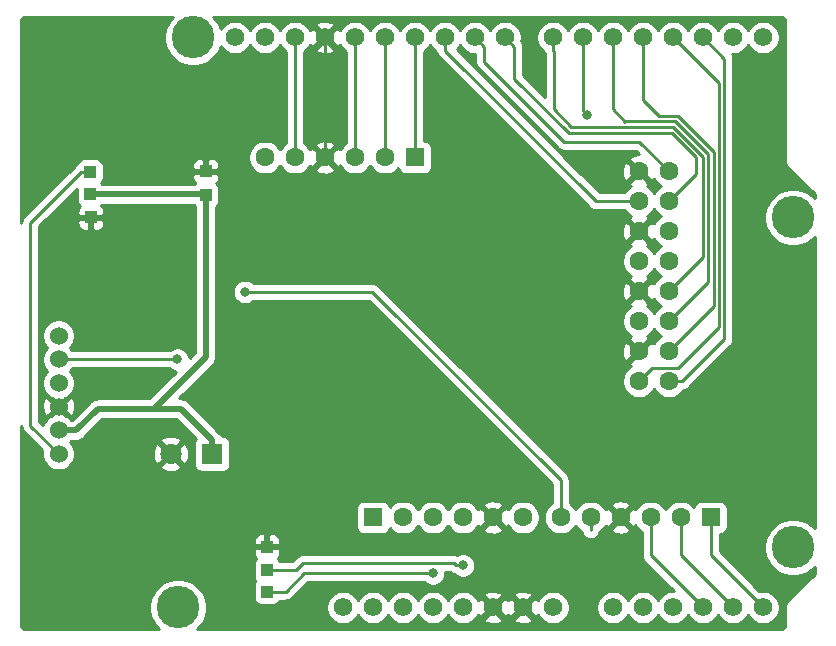
<source format=gbr>
G04 #@! TF.GenerationSoftware,KiCad,Pcbnew,(5.1.12-1-10_14)*
G04 #@! TF.CreationDate,2022-06-10T21:35:17-05:00*
G04 #@! TF.ProjectId,Arduino_uno_sheild,41726475-696e-46f5-9f75-6e6f5f736865,rev?*
G04 #@! TF.SameCoordinates,Original*
G04 #@! TF.FileFunction,Copper,L1,Top*
G04 #@! TF.FilePolarity,Positive*
%FSLAX46Y46*%
G04 Gerber Fmt 4.6, Leading zero omitted, Abs format (unit mm)*
G04 Created by KiCad (PCBNEW (5.1.12-1-10_14)) date 2022-06-10 21:35:17*
%MOMM*%
%LPD*%
G01*
G04 APERTURE LIST*
G04 #@! TA.AperFunction,ComponentPad*
%ADD10C,1.560000*%
G04 #@! TD*
G04 #@! TA.AperFunction,WasherPad*
%ADD11C,3.600000*%
G04 #@! TD*
G04 #@! TA.AperFunction,ComponentPad*
%ADD12C,1.524000*%
G04 #@! TD*
G04 #@! TA.AperFunction,SMDPad,CuDef*
%ADD13R,1.000000X1.000000*%
G04 #@! TD*
G04 #@! TA.AperFunction,ComponentPad*
%ADD14C,1.600000*%
G04 #@! TD*
G04 #@! TA.AperFunction,ComponentPad*
%ADD15R,1.600000X1.600000*%
G04 #@! TD*
G04 #@! TA.AperFunction,ComponentPad*
%ADD16C,1.800000*%
G04 #@! TD*
G04 #@! TA.AperFunction,ComponentPad*
%ADD17R,1.800000X1.800000*%
G04 #@! TD*
G04 #@! TA.AperFunction,ViaPad*
%ADD18C,0.800000*%
G04 #@! TD*
G04 #@! TA.AperFunction,Conductor*
%ADD19C,0.250000*%
G04 #@! TD*
G04 #@! TA.AperFunction,Conductor*
%ADD20C,0.500000*%
G04 #@! TD*
G04 #@! TA.AperFunction,Conductor*
%ADD21C,0.254000*%
G04 #@! TD*
G04 #@! TA.AperFunction,Conductor*
%ADD22C,0.100000*%
G04 #@! TD*
G04 APERTURE END LIST*
D10*
X27940000Y2540000D03*
X30480000Y2540000D03*
X33020000Y2540000D03*
X35560000Y2540000D03*
X38100000Y2540000D03*
X40640000Y2540000D03*
X43180000Y2540000D03*
X45720000Y2540000D03*
X50800000Y2540000D03*
X53340000Y2540000D03*
X55880000Y2540000D03*
X58420000Y2540000D03*
X60960000Y2540000D03*
X63500000Y2540000D03*
X18796000Y50800000D03*
X21336000Y50800000D03*
X23876000Y50800000D03*
X26416000Y50800000D03*
X28956000Y50800000D03*
X31496000Y50800000D03*
X34036000Y50800000D03*
X36576000Y50800000D03*
X39116000Y50800000D03*
X41656000Y50800000D03*
X45720000Y50800000D03*
X48260000Y50800000D03*
X50800000Y50800000D03*
X53340000Y50800000D03*
X55880000Y50800000D03*
X58420000Y50800000D03*
X60960000Y50800000D03*
X63500000Y50800000D03*
D11*
X15240000Y50800000D03*
X66040000Y35560000D03*
X66040000Y7620000D03*
X13970000Y2540000D03*
D12*
X3860800Y15544800D03*
X3860800Y17544800D03*
X3860800Y19544800D03*
X3860800Y21544800D03*
X3860800Y23544800D03*
X3860800Y25544800D03*
D13*
X16319001Y39469999D03*
X16319500Y37465000D03*
X6591300Y35560000D03*
X6527800Y37528500D03*
X21501100Y5727700D03*
X21501100Y3886200D03*
X21501100Y7683500D03*
X6527800Y39433500D03*
D14*
X55524400Y21691600D03*
X52984400Y21691600D03*
X55524400Y24231600D03*
X52984400Y24231600D03*
X55524400Y26771600D03*
X52984400Y26771600D03*
X55524400Y29311600D03*
X52984400Y29311600D03*
X55524400Y31851600D03*
X52984400Y31851600D03*
X55524400Y34391600D03*
X52984400Y34391600D03*
X55524400Y36931600D03*
X52984400Y36931600D03*
X55524400Y39471600D03*
X52984400Y39471600D03*
X46355000Y10160000D03*
X48895000Y10160000D03*
X51435000Y10160000D03*
X53975000Y10160000D03*
X56515000Y10160000D03*
D15*
X59055000Y10160000D03*
D14*
X43180000Y10160000D03*
X40640000Y10160000D03*
X38100000Y10160000D03*
X35560000Y10160000D03*
X33020000Y10160000D03*
D15*
X30480000Y10160000D03*
D14*
X21336000Y40640000D03*
X23876000Y40640000D03*
X26416000Y40640000D03*
X28956000Y40640000D03*
X31496000Y40640000D03*
D15*
X34036000Y40640000D03*
D16*
X13365600Y15544800D03*
D17*
X16865600Y15544800D03*
D18*
X48564800Y44246800D03*
X13920200Y23544800D03*
X19635200Y29259800D03*
X38100000Y6096000D03*
X35560000Y5435600D03*
D19*
X56655770Y21691600D02*
X55524400Y21691600D01*
X60220038Y25255868D02*
X56655770Y21691600D01*
X60220038Y48999962D02*
X60220038Y25255868D01*
X58420000Y50800000D02*
X60220038Y48999962D01*
X59770029Y46909971D02*
X59770029Y26292829D01*
X55880000Y50800000D02*
X59770029Y46909971D01*
X53784399Y22491599D02*
X52984400Y21691600D01*
X54109401Y22816601D02*
X53784399Y22491599D01*
X56293801Y22816601D02*
X54109401Y22816601D01*
X59770029Y26292829D02*
X56293801Y22816601D01*
X53340000Y50800000D02*
X53340000Y45466000D01*
X54667990Y44138010D02*
X56293590Y44138010D01*
X53340000Y45466000D02*
X54667990Y44138010D01*
X56324399Y25031599D02*
X55524400Y24231600D01*
X59320020Y28027220D02*
X56324399Y25031599D01*
X59320020Y41111580D02*
X59320020Y28027220D01*
X56293590Y44138010D02*
X59320020Y41111580D01*
X56324399Y27571599D02*
X55524400Y26771600D01*
X50800000Y44704000D02*
X51823190Y43680810D01*
X51823190Y43680810D02*
X51830380Y43688000D01*
X58870010Y30117210D02*
X56324399Y27571599D01*
X51830380Y43688000D02*
X56086020Y43688000D01*
X56086020Y43688000D02*
X58870010Y40904010D01*
X50800000Y50800000D02*
X50800000Y44704000D01*
X58870010Y40904010D02*
X58870010Y30117210D01*
X48260000Y50800000D02*
X48260000Y44551600D01*
X48260000Y44551600D02*
X48564800Y44246800D01*
X45720000Y49696914D02*
X45770800Y49646114D01*
X45720000Y50800000D02*
X45720000Y49696914D01*
X45770800Y49646114D02*
X45770800Y44704000D01*
X45770800Y44704000D02*
X47244000Y43230800D01*
X55906810Y43230800D02*
X58420000Y40717610D01*
X47244000Y43230800D02*
X55906810Y43230800D01*
X58420000Y32207200D02*
X55524400Y29311600D01*
X58420000Y40717610D02*
X58420000Y32207200D01*
X42435999Y50020001D02*
X42435999Y47276801D01*
X41656000Y50800000D02*
X42435999Y50020001D01*
X42435999Y47276801D02*
X47040800Y42672000D01*
X47040800Y42672000D02*
X55829200Y42672000D01*
X55829200Y42672000D02*
X57810400Y40690800D01*
X57810400Y39217600D02*
X55524400Y36931600D01*
X57810400Y40690800D02*
X57810400Y39217600D01*
X39895999Y50020001D02*
X39895999Y48750001D01*
X39116000Y50800000D02*
X39895999Y50020001D01*
X39895999Y48750001D02*
X46685200Y41960800D01*
X53035200Y41960800D02*
X55524400Y39471600D01*
X46685200Y41960800D02*
X53035200Y41960800D01*
X51853030Y36931600D02*
X52984400Y36931600D01*
X49341314Y36931600D02*
X51853030Y36931600D01*
X36576000Y49696914D02*
X49341314Y36931600D01*
X36576000Y50800000D02*
X36576000Y49696914D01*
X34036000Y50800000D02*
X34036000Y40640000D01*
X31496000Y49696914D02*
X31496000Y40640000D01*
X31496000Y50800000D02*
X31496000Y49696914D01*
X28956000Y50800000D02*
X28956000Y40640000D01*
X26416000Y50800000D02*
X26416000Y40640000D01*
X23876000Y49696914D02*
X23876000Y40640000D01*
X23876000Y50800000D02*
X23876000Y49696914D01*
X3860800Y23544800D02*
X13920200Y23544800D01*
X13920200Y23544800D02*
X13920200Y23544800D01*
X19635200Y29259800D02*
X30430200Y29259800D01*
X30430200Y29259800D02*
X46355000Y13335000D01*
X46355000Y13335000D02*
X46355000Y10795000D01*
X48895000Y10160000D02*
X48895000Y9067800D01*
X59055000Y6985000D02*
X63500000Y2540000D01*
X59055000Y10160000D02*
X59055000Y6985000D01*
X56515000Y6985000D02*
X60960000Y2540000D01*
X56515000Y10160000D02*
X56515000Y6985000D01*
X53975000Y6985000D02*
X58420000Y2540000D01*
X53975000Y10160000D02*
X53975000Y6985000D01*
X5777800Y39433500D02*
X1473200Y35128900D01*
X6527800Y39433500D02*
X5777800Y39433500D01*
X1473200Y17932400D02*
X3860800Y15544800D01*
X1473200Y35128900D02*
X1473200Y17932400D01*
X37896800Y6299200D02*
X38100000Y6096000D01*
X37534315Y6096000D02*
X37331115Y6299200D01*
X38100000Y6096000D02*
X37534315Y6096000D01*
X37331115Y6299200D02*
X24536400Y6299200D01*
X23964900Y5727700D02*
X21501100Y5727700D01*
X24536400Y6299200D02*
X23964900Y5727700D01*
X21501100Y3886200D02*
X23088600Y3886200D01*
X24638000Y5435600D02*
X35560000Y5435600D01*
X23088600Y3886200D02*
X24638000Y5435600D01*
D20*
X3860800Y17544800D02*
X5352800Y17544800D01*
X5352800Y17544800D02*
X7162800Y19354800D01*
X16319500Y36715000D02*
X16319500Y37465000D01*
X16319500Y23768700D02*
X16319500Y36715000D01*
X11905600Y19354800D02*
X16319500Y23768700D01*
X14205600Y19354800D02*
X11734800Y19354800D01*
X16865600Y16694800D02*
X14205600Y19354800D01*
X16865600Y15544800D02*
X16865600Y16694800D01*
X7162800Y19354800D02*
X11734800Y19354800D01*
X11734800Y19354800D02*
X11905600Y19354800D01*
X16256000Y37528500D02*
X16319500Y37465000D01*
X6527800Y37528500D02*
X16256000Y37528500D01*
D21*
X13550228Y52553838D02*
X13348612Y52352222D01*
X13082131Y51953405D01*
X12898576Y51510263D01*
X12805000Y51039827D01*
X12805000Y50560173D01*
X12898576Y50089737D01*
X13082131Y49646595D01*
X13348612Y49247778D01*
X13687778Y48908612D01*
X14086595Y48642131D01*
X14529737Y48458576D01*
X15000173Y48365000D01*
X15479827Y48365000D01*
X15950263Y48458576D01*
X16393405Y48642131D01*
X16792222Y48908612D01*
X17131388Y49247778D01*
X17397869Y49646595D01*
X17576584Y50078052D01*
X17696897Y49897990D01*
X17893990Y49700897D01*
X18125746Y49546043D01*
X18383260Y49439377D01*
X18656635Y49385000D01*
X18935365Y49385000D01*
X19208740Y49439377D01*
X19466254Y49546043D01*
X19698010Y49700897D01*
X19895103Y49897990D01*
X20049957Y50129746D01*
X20066000Y50168477D01*
X20082043Y50129746D01*
X20236897Y49897990D01*
X20433990Y49700897D01*
X20665746Y49546043D01*
X20923260Y49439377D01*
X21196635Y49385000D01*
X21475365Y49385000D01*
X21748740Y49439377D01*
X22006254Y49546043D01*
X22238010Y49700897D01*
X22435103Y49897990D01*
X22589957Y50129746D01*
X22606000Y50168477D01*
X22622043Y50129746D01*
X22776897Y49897990D01*
X22973990Y49700897D01*
X23116000Y49606009D01*
X23116001Y41858044D01*
X22961241Y41754637D01*
X22761363Y41554759D01*
X22606000Y41322241D01*
X22450637Y41554759D01*
X22250759Y41754637D01*
X22015727Y41911680D01*
X21754574Y42019853D01*
X21477335Y42075000D01*
X21194665Y42075000D01*
X20917426Y42019853D01*
X20656273Y41911680D01*
X20421241Y41754637D01*
X20221363Y41554759D01*
X20064320Y41319727D01*
X19956147Y41058574D01*
X19901000Y40781335D01*
X19901000Y40498665D01*
X19956147Y40221426D01*
X20064320Y39960273D01*
X20221363Y39725241D01*
X20421241Y39525363D01*
X20656273Y39368320D01*
X20917426Y39260147D01*
X21194665Y39205000D01*
X21477335Y39205000D01*
X21754574Y39260147D01*
X22015727Y39368320D01*
X22250759Y39525363D01*
X22450637Y39725241D01*
X22606000Y39957759D01*
X22761363Y39725241D01*
X22961241Y39525363D01*
X23196273Y39368320D01*
X23457426Y39260147D01*
X23734665Y39205000D01*
X24017335Y39205000D01*
X24294574Y39260147D01*
X24555727Y39368320D01*
X24790759Y39525363D01*
X24912694Y39647298D01*
X25602903Y39647298D01*
X25674486Y39403329D01*
X25929996Y39282429D01*
X26204184Y39213700D01*
X26486512Y39199783D01*
X26766130Y39241213D01*
X27032292Y39336397D01*
X27157514Y39403329D01*
X27229097Y39647298D01*
X26416000Y40460395D01*
X25602903Y39647298D01*
X24912694Y39647298D01*
X24990637Y39725241D01*
X25146915Y39959128D01*
X25179329Y39898486D01*
X25423298Y39826903D01*
X26236395Y40640000D01*
X25423298Y41453097D01*
X25179329Y41381514D01*
X25148806Y41317008D01*
X25147680Y41319727D01*
X24990637Y41554759D01*
X24912694Y41632702D01*
X25602903Y41632702D01*
X26416000Y40819605D01*
X27229097Y41632702D01*
X27157514Y41876671D01*
X26902004Y41997571D01*
X26627816Y42066300D01*
X26345488Y42080217D01*
X26065870Y42038787D01*
X25799708Y41943603D01*
X25674486Y41876671D01*
X25602903Y41632702D01*
X24912694Y41632702D01*
X24790759Y41754637D01*
X24636000Y41858043D01*
X24636000Y49606009D01*
X24778010Y49700897D01*
X24898692Y49821579D01*
X25617184Y49821579D01*
X25686345Y49579651D01*
X25938443Y49460752D01*
X26208894Y49393319D01*
X26487303Y49379943D01*
X26762972Y49421140D01*
X27025308Y49515325D01*
X27145655Y49579651D01*
X27214816Y49821579D01*
X26416000Y50620395D01*
X25617184Y49821579D01*
X24898692Y49821579D01*
X24975103Y49897990D01*
X25129957Y50129746D01*
X25144777Y50165525D01*
X25195651Y50070345D01*
X25437579Y50001184D01*
X26236395Y50800000D01*
X26595605Y50800000D01*
X27394421Y50001184D01*
X27636349Y50070345D01*
X27684425Y50172279D01*
X27702043Y50129746D01*
X27856897Y49897990D01*
X28053990Y49700897D01*
X28196000Y49606009D01*
X28196001Y41858044D01*
X28041241Y41754637D01*
X27841363Y41554759D01*
X27685085Y41320872D01*
X27652671Y41381514D01*
X27408702Y41453097D01*
X26595605Y40640000D01*
X27408702Y39826903D01*
X27652671Y39898486D01*
X27683194Y39962992D01*
X27684320Y39960273D01*
X27841363Y39725241D01*
X28041241Y39525363D01*
X28276273Y39368320D01*
X28537426Y39260147D01*
X28814665Y39205000D01*
X29097335Y39205000D01*
X29374574Y39260147D01*
X29635727Y39368320D01*
X29870759Y39525363D01*
X30070637Y39725241D01*
X30226000Y39957759D01*
X30381363Y39725241D01*
X30581241Y39525363D01*
X30816273Y39368320D01*
X31077426Y39260147D01*
X31354665Y39205000D01*
X31637335Y39205000D01*
X31914574Y39260147D01*
X32175727Y39368320D01*
X32410759Y39525363D01*
X32609357Y39723961D01*
X32610188Y39715518D01*
X32646498Y39595820D01*
X32705463Y39485506D01*
X32784815Y39388815D01*
X32881506Y39309463D01*
X32991820Y39250498D01*
X33111518Y39214188D01*
X33236000Y39201928D01*
X34836000Y39201928D01*
X34960482Y39214188D01*
X35080180Y39250498D01*
X35190494Y39309463D01*
X35287185Y39388815D01*
X35366537Y39485506D01*
X35425502Y39595820D01*
X35461812Y39715518D01*
X35474072Y39840000D01*
X35474072Y41440000D01*
X35461812Y41564482D01*
X35425502Y41684180D01*
X35366537Y41794494D01*
X35287185Y41891185D01*
X35190494Y41970537D01*
X35080180Y42029502D01*
X34960482Y42065812D01*
X34836000Y42078072D01*
X34796000Y42078072D01*
X34796000Y49606009D01*
X34938010Y49700897D01*
X35135103Y49897990D01*
X35289957Y50129746D01*
X35306000Y50168477D01*
X35322043Y50129746D01*
X35476897Y49897990D01*
X35673990Y49700897D01*
X35821649Y49602234D01*
X35826998Y49547929D01*
X35870454Y49404668D01*
X35941026Y49272638D01*
X35982717Y49221838D01*
X36036000Y49156913D01*
X36064998Y49133115D01*
X48777515Y36420597D01*
X48801313Y36391599D01*
X48917038Y36296626D01*
X49049067Y36226054D01*
X49192328Y36182597D01*
X49303981Y36171600D01*
X49303990Y36171600D01*
X49341313Y36167924D01*
X49378636Y36171600D01*
X51766357Y36171600D01*
X51869763Y36016841D01*
X52069641Y35816963D01*
X52303528Y35660685D01*
X52242886Y35628271D01*
X52171303Y35384302D01*
X52984400Y34571205D01*
X53797497Y35384302D01*
X53725914Y35628271D01*
X53661408Y35658794D01*
X53664127Y35659920D01*
X53899159Y35816963D01*
X54099037Y36016841D01*
X54254400Y36249359D01*
X54409763Y36016841D01*
X54609641Y35816963D01*
X54842159Y35661600D01*
X54609641Y35506237D01*
X54409763Y35306359D01*
X54253485Y35072472D01*
X54221071Y35133114D01*
X53977102Y35204697D01*
X53164005Y34391600D01*
X53977102Y33578503D01*
X54221071Y33650086D01*
X54251594Y33714592D01*
X54252720Y33711873D01*
X54409763Y33476841D01*
X54609641Y33276963D01*
X54842159Y33121600D01*
X54609641Y32966237D01*
X54409763Y32766359D01*
X54254400Y32533841D01*
X54099037Y32766359D01*
X53899159Y32966237D01*
X53665272Y33122515D01*
X53725914Y33154929D01*
X53797497Y33398898D01*
X52984400Y34211995D01*
X52171303Y33398898D01*
X52242886Y33154929D01*
X52307392Y33124406D01*
X52304673Y33123280D01*
X52069641Y32966237D01*
X51869763Y32766359D01*
X51712720Y32531327D01*
X51604547Y32270174D01*
X51549400Y31992935D01*
X51549400Y31710265D01*
X51604547Y31433026D01*
X51712720Y31171873D01*
X51869763Y30936841D01*
X52069641Y30736963D01*
X52303528Y30580685D01*
X52242886Y30548271D01*
X52171303Y30304302D01*
X52984400Y29491205D01*
X53797497Y30304302D01*
X53725914Y30548271D01*
X53661408Y30578794D01*
X53664127Y30579920D01*
X53899159Y30736963D01*
X54099037Y30936841D01*
X54254400Y31169359D01*
X54409763Y30936841D01*
X54609641Y30736963D01*
X54842159Y30581600D01*
X54609641Y30426237D01*
X54409763Y30226359D01*
X54253485Y29992472D01*
X54221071Y30053114D01*
X53977102Y30124697D01*
X53164005Y29311600D01*
X53977102Y28498503D01*
X54221071Y28570086D01*
X54251594Y28634592D01*
X54252720Y28631873D01*
X54409763Y28396841D01*
X54609641Y28196963D01*
X54842159Y28041600D01*
X54609641Y27886237D01*
X54409763Y27686359D01*
X54254400Y27453841D01*
X54099037Y27686359D01*
X53899159Y27886237D01*
X53665272Y28042515D01*
X53725914Y28074929D01*
X53797497Y28318898D01*
X52984400Y29131995D01*
X52171303Y28318898D01*
X52242886Y28074929D01*
X52307392Y28044406D01*
X52304673Y28043280D01*
X52069641Y27886237D01*
X51869763Y27686359D01*
X51712720Y27451327D01*
X51604547Y27190174D01*
X51549400Y26912935D01*
X51549400Y26630265D01*
X51604547Y26353026D01*
X51712720Y26091873D01*
X51869763Y25856841D01*
X52069641Y25656963D01*
X52303528Y25500685D01*
X52242886Y25468271D01*
X52171303Y25224302D01*
X52984400Y24411205D01*
X53797497Y25224302D01*
X53725914Y25468271D01*
X53661408Y25498794D01*
X53664127Y25499920D01*
X53899159Y25656963D01*
X54099037Y25856841D01*
X54254400Y26089359D01*
X54409763Y25856841D01*
X54609641Y25656963D01*
X54842159Y25501600D01*
X54609641Y25346237D01*
X54409763Y25146359D01*
X54253485Y24912472D01*
X54221071Y24973114D01*
X53977102Y25044697D01*
X53164005Y24231600D01*
X53178148Y24217458D01*
X52998543Y24037853D01*
X52984400Y24051995D01*
X52171303Y23238898D01*
X52242886Y22994929D01*
X52307392Y22964406D01*
X52304673Y22963280D01*
X52069641Y22806237D01*
X51869763Y22606359D01*
X51712720Y22371327D01*
X51604547Y22110174D01*
X51549400Y21832935D01*
X51549400Y21550265D01*
X51604547Y21273026D01*
X51712720Y21011873D01*
X51869763Y20776841D01*
X52069641Y20576963D01*
X52304673Y20419920D01*
X52565826Y20311747D01*
X52843065Y20256600D01*
X53125735Y20256600D01*
X53402974Y20311747D01*
X53664127Y20419920D01*
X53899159Y20576963D01*
X54099037Y20776841D01*
X54254400Y21009359D01*
X54409763Y20776841D01*
X54609641Y20576963D01*
X54844673Y20419920D01*
X55105826Y20311747D01*
X55383065Y20256600D01*
X55665735Y20256600D01*
X55942974Y20311747D01*
X56204127Y20419920D01*
X56439159Y20576963D01*
X56639037Y20776841D01*
X56745919Y20936802D01*
X56804756Y20942597D01*
X56948017Y20986054D01*
X57080046Y21056626D01*
X57195771Y21151599D01*
X57219574Y21180603D01*
X60731041Y24692069D01*
X60760039Y24715867D01*
X60814974Y24782805D01*
X60855012Y24831591D01*
X60925584Y24963621D01*
X60946204Y25031598D01*
X60969041Y25106882D01*
X60980038Y25218535D01*
X60980038Y25218544D01*
X60983714Y25255867D01*
X60980038Y25293190D01*
X60980038Y48962640D01*
X60983714Y48999963D01*
X60980038Y49037286D01*
X60980038Y49037295D01*
X60969041Y49148948D01*
X60925584Y49292209D01*
X60875999Y49384975D01*
X60875986Y49385000D01*
X61099365Y49385000D01*
X61372740Y49439377D01*
X61630254Y49546043D01*
X61862010Y49700897D01*
X62059103Y49897990D01*
X62213957Y50129746D01*
X62230000Y50168477D01*
X62246043Y50129746D01*
X62400897Y49897990D01*
X62597990Y49700897D01*
X62829746Y49546043D01*
X63087260Y49439377D01*
X63360635Y49385000D01*
X63639365Y49385000D01*
X63912740Y49439377D01*
X64170254Y49546043D01*
X64402010Y49700897D01*
X64599103Y49897990D01*
X64753957Y50129746D01*
X64860623Y50387260D01*
X64915000Y50660635D01*
X64915000Y50939365D01*
X64860623Y51212740D01*
X64753957Y51470254D01*
X64599103Y51702010D01*
X64402010Y51899103D01*
X64170254Y52053957D01*
X63912740Y52160623D01*
X63639365Y52215000D01*
X63360635Y52215000D01*
X63087260Y52160623D01*
X62829746Y52053957D01*
X62597990Y51899103D01*
X62400897Y51702010D01*
X62246043Y51470254D01*
X62230000Y51431523D01*
X62213957Y51470254D01*
X62059103Y51702010D01*
X61862010Y51899103D01*
X61630254Y52053957D01*
X61372740Y52160623D01*
X61099365Y52215000D01*
X60820635Y52215000D01*
X60547260Y52160623D01*
X60289746Y52053957D01*
X60057990Y51899103D01*
X59860897Y51702010D01*
X59706043Y51470254D01*
X59690000Y51431523D01*
X59673957Y51470254D01*
X59519103Y51702010D01*
X59322010Y51899103D01*
X59090254Y52053957D01*
X58832740Y52160623D01*
X58559365Y52215000D01*
X58280635Y52215000D01*
X58007260Y52160623D01*
X57749746Y52053957D01*
X57517990Y51899103D01*
X57320897Y51702010D01*
X57166043Y51470254D01*
X57150000Y51431523D01*
X57133957Y51470254D01*
X56979103Y51702010D01*
X56782010Y51899103D01*
X56550254Y52053957D01*
X56292740Y52160623D01*
X56019365Y52215000D01*
X55740635Y52215000D01*
X55467260Y52160623D01*
X55209746Y52053957D01*
X54977990Y51899103D01*
X54780897Y51702010D01*
X54626043Y51470254D01*
X54610000Y51431523D01*
X54593957Y51470254D01*
X54439103Y51702010D01*
X54242010Y51899103D01*
X54010254Y52053957D01*
X53752740Y52160623D01*
X53479365Y52215000D01*
X53200635Y52215000D01*
X52927260Y52160623D01*
X52669746Y52053957D01*
X52437990Y51899103D01*
X52240897Y51702010D01*
X52086043Y51470254D01*
X52070000Y51431523D01*
X52053957Y51470254D01*
X51899103Y51702010D01*
X51702010Y51899103D01*
X51470254Y52053957D01*
X51212740Y52160623D01*
X50939365Y52215000D01*
X50660635Y52215000D01*
X50387260Y52160623D01*
X50129746Y52053957D01*
X49897990Y51899103D01*
X49700897Y51702010D01*
X49546043Y51470254D01*
X49530000Y51431523D01*
X49513957Y51470254D01*
X49359103Y51702010D01*
X49162010Y51899103D01*
X48930254Y52053957D01*
X48672740Y52160623D01*
X48399365Y52215000D01*
X48120635Y52215000D01*
X47847260Y52160623D01*
X47589746Y52053957D01*
X47357990Y51899103D01*
X47160897Y51702010D01*
X47006043Y51470254D01*
X46990000Y51431523D01*
X46973957Y51470254D01*
X46819103Y51702010D01*
X46622010Y51899103D01*
X46390254Y52053957D01*
X46132740Y52160623D01*
X45859365Y52215000D01*
X45580635Y52215000D01*
X45307260Y52160623D01*
X45049746Y52053957D01*
X44817990Y51899103D01*
X44620897Y51702010D01*
X44466043Y51470254D01*
X44359377Y51212740D01*
X44305000Y50939365D01*
X44305000Y50660635D01*
X44359377Y50387260D01*
X44466043Y50129746D01*
X44620897Y49897990D01*
X44817990Y49700897D01*
X44965649Y49602234D01*
X44970998Y49547929D01*
X45010800Y49416714D01*
X45010801Y45776801D01*
X43195999Y47591602D01*
X43195999Y49982679D01*
X43199675Y50020002D01*
X43195999Y50057325D01*
X43195999Y50057334D01*
X43185002Y50168987D01*
X43141545Y50312248D01*
X43070973Y50444277D01*
X43036355Y50486459D01*
X43071000Y50660635D01*
X43071000Y50939365D01*
X43016623Y51212740D01*
X42909957Y51470254D01*
X42755103Y51702010D01*
X42558010Y51899103D01*
X42326254Y52053957D01*
X42068740Y52160623D01*
X41795365Y52215000D01*
X41516635Y52215000D01*
X41243260Y52160623D01*
X40985746Y52053957D01*
X40753990Y51899103D01*
X40556897Y51702010D01*
X40402043Y51470254D01*
X40386000Y51431523D01*
X40369957Y51470254D01*
X40215103Y51702010D01*
X40018010Y51899103D01*
X39786254Y52053957D01*
X39528740Y52160623D01*
X39255365Y52215000D01*
X38976635Y52215000D01*
X38703260Y52160623D01*
X38445746Y52053957D01*
X38213990Y51899103D01*
X38016897Y51702010D01*
X37862043Y51470254D01*
X37846000Y51431523D01*
X37829957Y51470254D01*
X37675103Y51702010D01*
X37478010Y51899103D01*
X37246254Y52053957D01*
X36988740Y52160623D01*
X36715365Y52215000D01*
X36436635Y52215000D01*
X36163260Y52160623D01*
X35905746Y52053957D01*
X35673990Y51899103D01*
X35476897Y51702010D01*
X35322043Y51470254D01*
X35306000Y51431523D01*
X35289957Y51470254D01*
X35135103Y51702010D01*
X34938010Y51899103D01*
X34706254Y52053957D01*
X34448740Y52160623D01*
X34175365Y52215000D01*
X33896635Y52215000D01*
X33623260Y52160623D01*
X33365746Y52053957D01*
X33133990Y51899103D01*
X32936897Y51702010D01*
X32782043Y51470254D01*
X32766000Y51431523D01*
X32749957Y51470254D01*
X32595103Y51702010D01*
X32398010Y51899103D01*
X32166254Y52053957D01*
X31908740Y52160623D01*
X31635365Y52215000D01*
X31356635Y52215000D01*
X31083260Y52160623D01*
X30825746Y52053957D01*
X30593990Y51899103D01*
X30396897Y51702010D01*
X30242043Y51470254D01*
X30226000Y51431523D01*
X30209957Y51470254D01*
X30055103Y51702010D01*
X29858010Y51899103D01*
X29626254Y52053957D01*
X29368740Y52160623D01*
X29095365Y52215000D01*
X28816635Y52215000D01*
X28543260Y52160623D01*
X28285746Y52053957D01*
X28053990Y51899103D01*
X27856897Y51702010D01*
X27702043Y51470254D01*
X27687223Y51434475D01*
X27636349Y51529655D01*
X27394421Y51598816D01*
X26595605Y50800000D01*
X26236395Y50800000D01*
X25437579Y51598816D01*
X25195651Y51529655D01*
X25147575Y51427721D01*
X25129957Y51470254D01*
X24975103Y51702010D01*
X24898692Y51778421D01*
X25617184Y51778421D01*
X26416000Y50979605D01*
X27214816Y51778421D01*
X27145655Y52020349D01*
X26893557Y52139248D01*
X26623106Y52206681D01*
X26344697Y52220057D01*
X26069028Y52178860D01*
X25806692Y52084675D01*
X25686345Y52020349D01*
X25617184Y51778421D01*
X24898692Y51778421D01*
X24778010Y51899103D01*
X24546254Y52053957D01*
X24288740Y52160623D01*
X24015365Y52215000D01*
X23736635Y52215000D01*
X23463260Y52160623D01*
X23205746Y52053957D01*
X22973990Y51899103D01*
X22776897Y51702010D01*
X22622043Y51470254D01*
X22606000Y51431523D01*
X22589957Y51470254D01*
X22435103Y51702010D01*
X22238010Y51899103D01*
X22006254Y52053957D01*
X21748740Y52160623D01*
X21475365Y52215000D01*
X21196635Y52215000D01*
X20923260Y52160623D01*
X20665746Y52053957D01*
X20433990Y51899103D01*
X20236897Y51702010D01*
X20082043Y51470254D01*
X20066000Y51431523D01*
X20049957Y51470254D01*
X19895103Y51702010D01*
X19698010Y51899103D01*
X19466254Y52053957D01*
X19208740Y52160623D01*
X18935365Y52215000D01*
X18656635Y52215000D01*
X18383260Y52160623D01*
X18125746Y52053957D01*
X17893990Y51899103D01*
X17696897Y51702010D01*
X17576584Y51521948D01*
X17397869Y51953405D01*
X17131388Y52352222D01*
X16933088Y52550522D01*
X65132250Y52503268D01*
X65330000Y52325293D01*
X65330001Y40420885D01*
X65326565Y40386000D01*
X65340274Y40246816D01*
X65380872Y40112981D01*
X65404662Y40068474D01*
X65446801Y39989637D01*
X65535526Y39881525D01*
X65562617Y39859292D01*
X67870000Y37551908D01*
X67870000Y37173610D01*
X67592222Y37451388D01*
X67193405Y37717869D01*
X66750263Y37901424D01*
X66279827Y37995000D01*
X65800173Y37995000D01*
X65329737Y37901424D01*
X64886595Y37717869D01*
X64487778Y37451388D01*
X64148612Y37112222D01*
X63882131Y36713405D01*
X63698576Y36270263D01*
X63605000Y35799827D01*
X63605000Y35320173D01*
X63698576Y34849737D01*
X63882131Y34406595D01*
X64148612Y34007778D01*
X64487778Y33668612D01*
X64886595Y33402131D01*
X65329737Y33218576D01*
X65800173Y33125000D01*
X66279827Y33125000D01*
X66750263Y33218576D01*
X67193405Y33402131D01*
X67592222Y33668612D01*
X67870000Y33946390D01*
X67870001Y9233609D01*
X67592222Y9511388D01*
X67193405Y9777869D01*
X66750263Y9961424D01*
X66279827Y10055000D01*
X65800173Y10055000D01*
X65329737Y9961424D01*
X64886595Y9777869D01*
X64487778Y9511388D01*
X64148612Y9172222D01*
X63882131Y8773405D01*
X63698576Y8330263D01*
X63605000Y7859827D01*
X63605000Y7380173D01*
X63698576Y6909737D01*
X63882131Y6466595D01*
X64148612Y6067778D01*
X64487778Y5728612D01*
X64886595Y5462131D01*
X65329737Y5278576D01*
X65800173Y5185000D01*
X66279827Y5185000D01*
X66750263Y5278576D01*
X67193405Y5462131D01*
X67592222Y5728612D01*
X67870001Y6006391D01*
X67870001Y5374093D01*
X65562617Y3066708D01*
X65535525Y3044474D01*
X65446800Y2936362D01*
X65380872Y2813019D01*
X65340273Y2679183D01*
X65333588Y2611303D01*
X65326565Y2540000D01*
X65330000Y2505125D01*
X65330001Y887708D01*
X65132548Y710000D01*
X15583610Y710000D01*
X15861388Y987778D01*
X16127869Y1386595D01*
X16311424Y1829737D01*
X16405000Y2300173D01*
X16405000Y2679365D01*
X26525000Y2679365D01*
X26525000Y2400635D01*
X26579377Y2127260D01*
X26686043Y1869746D01*
X26840897Y1637990D01*
X27037990Y1440897D01*
X27269746Y1286043D01*
X27527260Y1179377D01*
X27800635Y1125000D01*
X28079365Y1125000D01*
X28352740Y1179377D01*
X28610254Y1286043D01*
X28842010Y1440897D01*
X29039103Y1637990D01*
X29193957Y1869746D01*
X29210000Y1908477D01*
X29226043Y1869746D01*
X29380897Y1637990D01*
X29577990Y1440897D01*
X29809746Y1286043D01*
X30067260Y1179377D01*
X30340635Y1125000D01*
X30619365Y1125000D01*
X30892740Y1179377D01*
X31150254Y1286043D01*
X31382010Y1440897D01*
X31579103Y1637990D01*
X31733957Y1869746D01*
X31750000Y1908477D01*
X31766043Y1869746D01*
X31920897Y1637990D01*
X32117990Y1440897D01*
X32349746Y1286043D01*
X32607260Y1179377D01*
X32880635Y1125000D01*
X33159365Y1125000D01*
X33432740Y1179377D01*
X33690254Y1286043D01*
X33922010Y1440897D01*
X34119103Y1637990D01*
X34273957Y1869746D01*
X34290000Y1908477D01*
X34306043Y1869746D01*
X34460897Y1637990D01*
X34657990Y1440897D01*
X34889746Y1286043D01*
X35147260Y1179377D01*
X35420635Y1125000D01*
X35699365Y1125000D01*
X35972740Y1179377D01*
X36230254Y1286043D01*
X36462010Y1440897D01*
X36659103Y1637990D01*
X36813957Y1869746D01*
X36830000Y1908477D01*
X36846043Y1869746D01*
X37000897Y1637990D01*
X37197990Y1440897D01*
X37429746Y1286043D01*
X37687260Y1179377D01*
X37960635Y1125000D01*
X38239365Y1125000D01*
X38512740Y1179377D01*
X38770254Y1286043D01*
X39002010Y1440897D01*
X39122692Y1561579D01*
X39841184Y1561579D01*
X39910345Y1319651D01*
X40162443Y1200752D01*
X40432894Y1133319D01*
X40711303Y1119943D01*
X40986972Y1161140D01*
X41249308Y1255325D01*
X41369655Y1319651D01*
X41438816Y1561579D01*
X42381184Y1561579D01*
X42450345Y1319651D01*
X42702443Y1200752D01*
X42972894Y1133319D01*
X43251303Y1119943D01*
X43526972Y1161140D01*
X43789308Y1255325D01*
X43909655Y1319651D01*
X43978816Y1561579D01*
X43180000Y2360395D01*
X42381184Y1561579D01*
X41438816Y1561579D01*
X40640000Y2360395D01*
X39841184Y1561579D01*
X39122692Y1561579D01*
X39199103Y1637990D01*
X39353957Y1869746D01*
X39368777Y1905525D01*
X39419651Y1810345D01*
X39661579Y1741184D01*
X40460395Y2540000D01*
X40819605Y2540000D01*
X41618421Y1741184D01*
X41860349Y1810345D01*
X41906898Y1909041D01*
X41959651Y1810345D01*
X42201579Y1741184D01*
X43000395Y2540000D01*
X43359605Y2540000D01*
X44158421Y1741184D01*
X44400349Y1810345D01*
X44448425Y1912279D01*
X44466043Y1869746D01*
X44620897Y1637990D01*
X44817990Y1440897D01*
X45049746Y1286043D01*
X45307260Y1179377D01*
X45580635Y1125000D01*
X45859365Y1125000D01*
X46132740Y1179377D01*
X46390254Y1286043D01*
X46622010Y1440897D01*
X46819103Y1637990D01*
X46973957Y1869746D01*
X47080623Y2127260D01*
X47135000Y2400635D01*
X47135000Y2679365D01*
X49385000Y2679365D01*
X49385000Y2400635D01*
X49439377Y2127260D01*
X49546043Y1869746D01*
X49700897Y1637990D01*
X49897990Y1440897D01*
X50129746Y1286043D01*
X50387260Y1179377D01*
X50660635Y1125000D01*
X50939365Y1125000D01*
X51212740Y1179377D01*
X51470254Y1286043D01*
X51702010Y1440897D01*
X51899103Y1637990D01*
X52053957Y1869746D01*
X52070000Y1908477D01*
X52086043Y1869746D01*
X52240897Y1637990D01*
X52437990Y1440897D01*
X52669746Y1286043D01*
X52927260Y1179377D01*
X53200635Y1125000D01*
X53479365Y1125000D01*
X53752740Y1179377D01*
X54010254Y1286043D01*
X54242010Y1440897D01*
X54439103Y1637990D01*
X54593957Y1869746D01*
X54610000Y1908477D01*
X54626043Y1869746D01*
X54780897Y1637990D01*
X54977990Y1440897D01*
X55209746Y1286043D01*
X55467260Y1179377D01*
X55740635Y1125000D01*
X56019365Y1125000D01*
X56292740Y1179377D01*
X56550254Y1286043D01*
X56782010Y1440897D01*
X56979103Y1637990D01*
X57133957Y1869746D01*
X57150000Y1908477D01*
X57166043Y1869746D01*
X57320897Y1637990D01*
X57517990Y1440897D01*
X57749746Y1286043D01*
X58007260Y1179377D01*
X58280635Y1125000D01*
X58559365Y1125000D01*
X58832740Y1179377D01*
X59090254Y1286043D01*
X59322010Y1440897D01*
X59519103Y1637990D01*
X59673957Y1869746D01*
X59690000Y1908477D01*
X59706043Y1869746D01*
X59860897Y1637990D01*
X60057990Y1440897D01*
X60289746Y1286043D01*
X60547260Y1179377D01*
X60820635Y1125000D01*
X61099365Y1125000D01*
X61372740Y1179377D01*
X61630254Y1286043D01*
X61862010Y1440897D01*
X62059103Y1637990D01*
X62213957Y1869746D01*
X62230000Y1908477D01*
X62246043Y1869746D01*
X62400897Y1637990D01*
X62597990Y1440897D01*
X62829746Y1286043D01*
X63087260Y1179377D01*
X63360635Y1125000D01*
X63639365Y1125000D01*
X63912740Y1179377D01*
X64170254Y1286043D01*
X64402010Y1440897D01*
X64599103Y1637990D01*
X64753957Y1869746D01*
X64860623Y2127260D01*
X64915000Y2400635D01*
X64915000Y2679365D01*
X64860623Y2952740D01*
X64753957Y3210254D01*
X64599103Y3442010D01*
X64402010Y3639103D01*
X64170254Y3793957D01*
X63912740Y3900623D01*
X63639365Y3955000D01*
X63360635Y3955000D01*
X63193122Y3921680D01*
X59815000Y7299801D01*
X59815000Y8721928D01*
X59855000Y8721928D01*
X59979482Y8734188D01*
X60099180Y8770498D01*
X60209494Y8829463D01*
X60306185Y8908815D01*
X60385537Y9005506D01*
X60444502Y9115820D01*
X60480812Y9235518D01*
X60493072Y9360000D01*
X60493072Y10960000D01*
X60480812Y11084482D01*
X60444502Y11204180D01*
X60385537Y11314494D01*
X60306185Y11411185D01*
X60209494Y11490537D01*
X60099180Y11549502D01*
X59979482Y11585812D01*
X59855000Y11598072D01*
X58255000Y11598072D01*
X58130518Y11585812D01*
X58010820Y11549502D01*
X57900506Y11490537D01*
X57803815Y11411185D01*
X57724463Y11314494D01*
X57665498Y11204180D01*
X57629188Y11084482D01*
X57628357Y11076039D01*
X57429759Y11274637D01*
X57194727Y11431680D01*
X56933574Y11539853D01*
X56656335Y11595000D01*
X56373665Y11595000D01*
X56096426Y11539853D01*
X55835273Y11431680D01*
X55600241Y11274637D01*
X55400363Y11074759D01*
X55245000Y10842241D01*
X55089637Y11074759D01*
X54889759Y11274637D01*
X54654727Y11431680D01*
X54393574Y11539853D01*
X54116335Y11595000D01*
X53833665Y11595000D01*
X53556426Y11539853D01*
X53295273Y11431680D01*
X53060241Y11274637D01*
X52860363Y11074759D01*
X52704085Y10840872D01*
X52671671Y10901514D01*
X52427702Y10973097D01*
X51614605Y10160000D01*
X52427702Y9346903D01*
X52671671Y9418486D01*
X52702194Y9482992D01*
X52703320Y9480273D01*
X52860363Y9245241D01*
X53060241Y9045363D01*
X53215000Y8941956D01*
X53215001Y7022332D01*
X53211324Y6985000D01*
X53215001Y6947667D01*
X53225998Y6836014D01*
X53236454Y6801546D01*
X53269454Y6692754D01*
X53340026Y6560724D01*
X53399956Y6487700D01*
X53435000Y6444999D01*
X53463998Y6421201D01*
X55930198Y3955000D01*
X55740635Y3955000D01*
X55467260Y3900623D01*
X55209746Y3793957D01*
X54977990Y3639103D01*
X54780897Y3442010D01*
X54626043Y3210254D01*
X54610000Y3171523D01*
X54593957Y3210254D01*
X54439103Y3442010D01*
X54242010Y3639103D01*
X54010254Y3793957D01*
X53752740Y3900623D01*
X53479365Y3955000D01*
X53200635Y3955000D01*
X52927260Y3900623D01*
X52669746Y3793957D01*
X52437990Y3639103D01*
X52240897Y3442010D01*
X52086043Y3210254D01*
X52070000Y3171523D01*
X52053957Y3210254D01*
X51899103Y3442010D01*
X51702010Y3639103D01*
X51470254Y3793957D01*
X51212740Y3900623D01*
X50939365Y3955000D01*
X50660635Y3955000D01*
X50387260Y3900623D01*
X50129746Y3793957D01*
X49897990Y3639103D01*
X49700897Y3442010D01*
X49546043Y3210254D01*
X49439377Y2952740D01*
X49385000Y2679365D01*
X47135000Y2679365D01*
X47080623Y2952740D01*
X46973957Y3210254D01*
X46819103Y3442010D01*
X46622010Y3639103D01*
X46390254Y3793957D01*
X46132740Y3900623D01*
X45859365Y3955000D01*
X45580635Y3955000D01*
X45307260Y3900623D01*
X45049746Y3793957D01*
X44817990Y3639103D01*
X44620897Y3442010D01*
X44466043Y3210254D01*
X44451223Y3174475D01*
X44400349Y3269655D01*
X44158421Y3338816D01*
X43359605Y2540000D01*
X43000395Y2540000D01*
X42201579Y3338816D01*
X41959651Y3269655D01*
X41913102Y3170959D01*
X41860349Y3269655D01*
X41618421Y3338816D01*
X40819605Y2540000D01*
X40460395Y2540000D01*
X39661579Y3338816D01*
X39419651Y3269655D01*
X39371575Y3167721D01*
X39353957Y3210254D01*
X39199103Y3442010D01*
X39122692Y3518421D01*
X39841184Y3518421D01*
X40640000Y2719605D01*
X41438816Y3518421D01*
X42381184Y3518421D01*
X43180000Y2719605D01*
X43978816Y3518421D01*
X43909655Y3760349D01*
X43657557Y3879248D01*
X43387106Y3946681D01*
X43108697Y3960057D01*
X42833028Y3918860D01*
X42570692Y3824675D01*
X42450345Y3760349D01*
X42381184Y3518421D01*
X41438816Y3518421D01*
X41369655Y3760349D01*
X41117557Y3879248D01*
X40847106Y3946681D01*
X40568697Y3960057D01*
X40293028Y3918860D01*
X40030692Y3824675D01*
X39910345Y3760349D01*
X39841184Y3518421D01*
X39122692Y3518421D01*
X39002010Y3639103D01*
X38770254Y3793957D01*
X38512740Y3900623D01*
X38239365Y3955000D01*
X37960635Y3955000D01*
X37687260Y3900623D01*
X37429746Y3793957D01*
X37197990Y3639103D01*
X37000897Y3442010D01*
X36846043Y3210254D01*
X36830000Y3171523D01*
X36813957Y3210254D01*
X36659103Y3442010D01*
X36462010Y3639103D01*
X36230254Y3793957D01*
X35972740Y3900623D01*
X35699365Y3955000D01*
X35420635Y3955000D01*
X35147260Y3900623D01*
X34889746Y3793957D01*
X34657990Y3639103D01*
X34460897Y3442010D01*
X34306043Y3210254D01*
X34290000Y3171523D01*
X34273957Y3210254D01*
X34119103Y3442010D01*
X33922010Y3639103D01*
X33690254Y3793957D01*
X33432740Y3900623D01*
X33159365Y3955000D01*
X32880635Y3955000D01*
X32607260Y3900623D01*
X32349746Y3793957D01*
X32117990Y3639103D01*
X31920897Y3442010D01*
X31766043Y3210254D01*
X31750000Y3171523D01*
X31733957Y3210254D01*
X31579103Y3442010D01*
X31382010Y3639103D01*
X31150254Y3793957D01*
X30892740Y3900623D01*
X30619365Y3955000D01*
X30340635Y3955000D01*
X30067260Y3900623D01*
X29809746Y3793957D01*
X29577990Y3639103D01*
X29380897Y3442010D01*
X29226043Y3210254D01*
X29210000Y3171523D01*
X29193957Y3210254D01*
X29039103Y3442010D01*
X28842010Y3639103D01*
X28610254Y3793957D01*
X28352740Y3900623D01*
X28079365Y3955000D01*
X27800635Y3955000D01*
X27527260Y3900623D01*
X27269746Y3793957D01*
X27037990Y3639103D01*
X26840897Y3442010D01*
X26686043Y3210254D01*
X26579377Y2952740D01*
X26525000Y2679365D01*
X16405000Y2679365D01*
X16405000Y2779827D01*
X16311424Y3250263D01*
X16127869Y3693405D01*
X15861388Y4092222D01*
X15522222Y4431388D01*
X15123405Y4697869D01*
X14680263Y4881424D01*
X14209827Y4975000D01*
X13730173Y4975000D01*
X13259737Y4881424D01*
X12816595Y4697869D01*
X12417778Y4431388D01*
X12078612Y4092222D01*
X11812131Y3693405D01*
X11628576Y3250263D01*
X11535000Y2779827D01*
X11535000Y2300173D01*
X11628576Y1829737D01*
X11812131Y1386595D01*
X12078612Y987778D01*
X12356390Y710000D01*
X929091Y710000D01*
X710000Y929091D01*
X710000Y7183500D01*
X20363028Y7183500D01*
X20375288Y7059018D01*
X20411598Y6939320D01*
X20470563Y6829006D01*
X20549915Y6732315D01*
X20582467Y6705600D01*
X20549915Y6678885D01*
X20470563Y6582194D01*
X20411598Y6471880D01*
X20375288Y6352182D01*
X20363028Y6227700D01*
X20363028Y5227700D01*
X20375288Y5103218D01*
X20411598Y4983520D01*
X20470563Y4873206D01*
X20524938Y4806950D01*
X20470563Y4740694D01*
X20411598Y4630380D01*
X20375288Y4510682D01*
X20363028Y4386200D01*
X20363028Y3386200D01*
X20375288Y3261718D01*
X20411598Y3142020D01*
X20470563Y3031706D01*
X20549915Y2935015D01*
X20646606Y2855663D01*
X20756920Y2796698D01*
X20876618Y2760388D01*
X21001100Y2748128D01*
X22001100Y2748128D01*
X22125582Y2760388D01*
X22245280Y2796698D01*
X22355594Y2855663D01*
X22452285Y2935015D01*
X22531637Y3031706D01*
X22582146Y3126200D01*
X23051278Y3126200D01*
X23088600Y3122524D01*
X23125922Y3126200D01*
X23125933Y3126200D01*
X23237586Y3137197D01*
X23380847Y3180654D01*
X23512876Y3251226D01*
X23628601Y3346199D01*
X23652403Y3375202D01*
X24952803Y4675600D01*
X34856289Y4675600D01*
X34900226Y4631663D01*
X35069744Y4518395D01*
X35258102Y4440374D01*
X35458061Y4400600D01*
X35661939Y4400600D01*
X35861898Y4440374D01*
X36050256Y4518395D01*
X36219774Y4631663D01*
X36363937Y4775826D01*
X36477205Y4945344D01*
X36555226Y5133702D01*
X36595000Y5333661D01*
X36595000Y5537539D01*
X36594670Y5539200D01*
X37014784Y5539200D01*
X37110039Y5461026D01*
X37242068Y5390454D01*
X37385276Y5347013D01*
X37440226Y5292063D01*
X37609744Y5178795D01*
X37798102Y5100774D01*
X37998061Y5061000D01*
X38201939Y5061000D01*
X38401898Y5100774D01*
X38590256Y5178795D01*
X38759774Y5292063D01*
X38903937Y5436226D01*
X39017205Y5605744D01*
X39095226Y5794102D01*
X39135000Y5994061D01*
X39135000Y6197939D01*
X39095226Y6397898D01*
X39017205Y6586256D01*
X38903937Y6755774D01*
X38759774Y6899937D01*
X38590256Y7013205D01*
X38401898Y7091226D01*
X38201939Y7131000D01*
X37998061Y7131000D01*
X37798102Y7091226D01*
X37609744Y7013205D01*
X37605289Y7010228D01*
X37480101Y7048203D01*
X37368448Y7059200D01*
X37368437Y7059200D01*
X37331115Y7062876D01*
X37293793Y7059200D01*
X24573722Y7059200D01*
X24536399Y7062876D01*
X24499076Y7059200D01*
X24499067Y7059200D01*
X24387414Y7048203D01*
X24244153Y7004746D01*
X24112123Y6934174D01*
X24082347Y6909737D01*
X23996399Y6839201D01*
X23972600Y6810202D01*
X23650099Y6487700D01*
X22582146Y6487700D01*
X22531637Y6582194D01*
X22452285Y6678885D01*
X22419733Y6705600D01*
X22452285Y6732315D01*
X22531637Y6829006D01*
X22590602Y6939320D01*
X22626912Y7059018D01*
X22639172Y7183500D01*
X22636100Y7397750D01*
X22477350Y7556500D01*
X21628100Y7556500D01*
X21628100Y7536500D01*
X21374100Y7536500D01*
X21374100Y7556500D01*
X20524850Y7556500D01*
X20366100Y7397750D01*
X20363028Y7183500D01*
X710000Y7183500D01*
X710000Y8183500D01*
X20363028Y8183500D01*
X20366100Y7969250D01*
X20524850Y7810500D01*
X21374100Y7810500D01*
X21374100Y8659750D01*
X21628100Y8659750D01*
X21628100Y7810500D01*
X22477350Y7810500D01*
X22636100Y7969250D01*
X22639172Y8183500D01*
X22626912Y8307982D01*
X22590602Y8427680D01*
X22531637Y8537994D01*
X22452285Y8634685D01*
X22355594Y8714037D01*
X22245280Y8773002D01*
X22125582Y8809312D01*
X22001100Y8821572D01*
X21786850Y8818500D01*
X21628100Y8659750D01*
X21374100Y8659750D01*
X21215350Y8818500D01*
X21001100Y8821572D01*
X20876618Y8809312D01*
X20756920Y8773002D01*
X20646606Y8714037D01*
X20549915Y8634685D01*
X20470563Y8537994D01*
X20411598Y8427680D01*
X20375288Y8307982D01*
X20363028Y8183500D01*
X710000Y8183500D01*
X710000Y10960000D01*
X29041928Y10960000D01*
X29041928Y9360000D01*
X29054188Y9235518D01*
X29090498Y9115820D01*
X29149463Y9005506D01*
X29228815Y8908815D01*
X29325506Y8829463D01*
X29435820Y8770498D01*
X29555518Y8734188D01*
X29680000Y8721928D01*
X31280000Y8721928D01*
X31404482Y8734188D01*
X31524180Y8770498D01*
X31634494Y8829463D01*
X31731185Y8908815D01*
X31810537Y9005506D01*
X31869502Y9115820D01*
X31905812Y9235518D01*
X31906643Y9243961D01*
X32105241Y9045363D01*
X32340273Y8888320D01*
X32601426Y8780147D01*
X32878665Y8725000D01*
X33161335Y8725000D01*
X33438574Y8780147D01*
X33699727Y8888320D01*
X33934759Y9045363D01*
X34134637Y9245241D01*
X34290000Y9477759D01*
X34445363Y9245241D01*
X34645241Y9045363D01*
X34880273Y8888320D01*
X35141426Y8780147D01*
X35418665Y8725000D01*
X35701335Y8725000D01*
X35978574Y8780147D01*
X36239727Y8888320D01*
X36474759Y9045363D01*
X36674637Y9245241D01*
X36830000Y9477759D01*
X36985363Y9245241D01*
X37185241Y9045363D01*
X37420273Y8888320D01*
X37681426Y8780147D01*
X37958665Y8725000D01*
X38241335Y8725000D01*
X38518574Y8780147D01*
X38779727Y8888320D01*
X39014759Y9045363D01*
X39136694Y9167298D01*
X39826903Y9167298D01*
X39898486Y8923329D01*
X40153996Y8802429D01*
X40428184Y8733700D01*
X40710512Y8719783D01*
X40990130Y8761213D01*
X41256292Y8856397D01*
X41381514Y8923329D01*
X41453097Y9167298D01*
X40640000Y9980395D01*
X39826903Y9167298D01*
X39136694Y9167298D01*
X39214637Y9245241D01*
X39370915Y9479128D01*
X39403329Y9418486D01*
X39647298Y9346903D01*
X40460395Y10160000D01*
X40819605Y10160000D01*
X41632702Y9346903D01*
X41876671Y9418486D01*
X41907194Y9482992D01*
X41908320Y9480273D01*
X42065363Y9245241D01*
X42265241Y9045363D01*
X42500273Y8888320D01*
X42761426Y8780147D01*
X43038665Y8725000D01*
X43321335Y8725000D01*
X43598574Y8780147D01*
X43859727Y8888320D01*
X44094759Y9045363D01*
X44294637Y9245241D01*
X44451680Y9480273D01*
X44559853Y9741426D01*
X44615000Y10018665D01*
X44615000Y10301335D01*
X44559853Y10578574D01*
X44451680Y10839727D01*
X44294637Y11074759D01*
X44094759Y11274637D01*
X43859727Y11431680D01*
X43598574Y11539853D01*
X43321335Y11595000D01*
X43038665Y11595000D01*
X42761426Y11539853D01*
X42500273Y11431680D01*
X42265241Y11274637D01*
X42065363Y11074759D01*
X41909085Y10840872D01*
X41876671Y10901514D01*
X41632702Y10973097D01*
X40819605Y10160000D01*
X40460395Y10160000D01*
X39647298Y10973097D01*
X39403329Y10901514D01*
X39372806Y10837008D01*
X39371680Y10839727D01*
X39214637Y11074759D01*
X39136694Y11152702D01*
X39826903Y11152702D01*
X40640000Y10339605D01*
X41453097Y11152702D01*
X41381514Y11396671D01*
X41126004Y11517571D01*
X40851816Y11586300D01*
X40569488Y11600217D01*
X40289870Y11558787D01*
X40023708Y11463603D01*
X39898486Y11396671D01*
X39826903Y11152702D01*
X39136694Y11152702D01*
X39014759Y11274637D01*
X38779727Y11431680D01*
X38518574Y11539853D01*
X38241335Y11595000D01*
X37958665Y11595000D01*
X37681426Y11539853D01*
X37420273Y11431680D01*
X37185241Y11274637D01*
X36985363Y11074759D01*
X36830000Y10842241D01*
X36674637Y11074759D01*
X36474759Y11274637D01*
X36239727Y11431680D01*
X35978574Y11539853D01*
X35701335Y11595000D01*
X35418665Y11595000D01*
X35141426Y11539853D01*
X34880273Y11431680D01*
X34645241Y11274637D01*
X34445363Y11074759D01*
X34290000Y10842241D01*
X34134637Y11074759D01*
X33934759Y11274637D01*
X33699727Y11431680D01*
X33438574Y11539853D01*
X33161335Y11595000D01*
X32878665Y11595000D01*
X32601426Y11539853D01*
X32340273Y11431680D01*
X32105241Y11274637D01*
X31906643Y11076039D01*
X31905812Y11084482D01*
X31869502Y11204180D01*
X31810537Y11314494D01*
X31731185Y11411185D01*
X31634494Y11490537D01*
X31524180Y11549502D01*
X31404482Y11585812D01*
X31280000Y11598072D01*
X29680000Y11598072D01*
X29555518Y11585812D01*
X29435820Y11549502D01*
X29325506Y11490537D01*
X29228815Y11411185D01*
X29149463Y11314494D01*
X29090498Y11204180D01*
X29054188Y11084482D01*
X29041928Y10960000D01*
X710000Y10960000D01*
X710000Y17927567D01*
X724198Y17783415D01*
X767654Y17640154D01*
X838226Y17508124D01*
X898886Y17434211D01*
X933200Y17392399D01*
X962198Y17368601D01*
X2494428Y15836370D01*
X2463800Y15682392D01*
X2463800Y15407208D01*
X2517486Y15137310D01*
X2622795Y14883073D01*
X2775680Y14654265D01*
X2970265Y14459680D01*
X3199073Y14306795D01*
X3453310Y14201486D01*
X3723208Y14147800D01*
X3998392Y14147800D01*
X4268290Y14201486D01*
X4522527Y14306795D01*
X4751335Y14459680D01*
X4772375Y14480720D01*
X12481125Y14480720D01*
X12564808Y14226539D01*
X12837375Y14095642D01*
X13130242Y14020435D01*
X13432153Y14003809D01*
X13731507Y14046403D01*
X14016799Y14146578D01*
X14166392Y14226539D01*
X14250075Y14480720D01*
X13365600Y15365195D01*
X12481125Y14480720D01*
X4772375Y14480720D01*
X4945920Y14654265D01*
X5098805Y14883073D01*
X5204114Y15137310D01*
X5257800Y15407208D01*
X5257800Y15478247D01*
X11824609Y15478247D01*
X11867203Y15178893D01*
X11967378Y14893601D01*
X12047339Y14744008D01*
X12301520Y14660325D01*
X13185995Y15544800D01*
X13545205Y15544800D01*
X14429680Y14660325D01*
X14683861Y14744008D01*
X14814758Y15016575D01*
X14889965Y15309442D01*
X14906591Y15611353D01*
X14863997Y15910707D01*
X14763822Y16195999D01*
X14683861Y16345592D01*
X14429680Y16429275D01*
X13545205Y15544800D01*
X13185995Y15544800D01*
X12301520Y16429275D01*
X12047339Y16345592D01*
X11916442Y16073025D01*
X11841235Y15780158D01*
X11824609Y15478247D01*
X5257800Y15478247D01*
X5257800Y15682392D01*
X5204114Y15952290D01*
X5098805Y16206527D01*
X4945920Y16435335D01*
X4836455Y16544800D01*
X4900535Y16608880D01*
X12481125Y16608880D01*
X13365600Y15724405D01*
X14250075Y16608880D01*
X14166392Y16863061D01*
X13893825Y16993958D01*
X13600958Y17069165D01*
X13299047Y17085791D01*
X12999693Y17043197D01*
X12714401Y16943022D01*
X12564808Y16863061D01*
X12481125Y16608880D01*
X4900535Y16608880D01*
X4945920Y16654265D01*
X4949618Y16659800D01*
X5309331Y16659800D01*
X5352800Y16655519D01*
X5396269Y16659800D01*
X5396277Y16659800D01*
X5526290Y16672605D01*
X5693113Y16723211D01*
X5846859Y16805389D01*
X5981617Y16915983D01*
X6009334Y16949756D01*
X7529379Y18469800D01*
X11862131Y18469800D01*
X11905600Y18465519D01*
X11949069Y18469800D01*
X13839022Y18469800D01*
X15468628Y16840193D01*
X15435063Y16799294D01*
X15376098Y16688980D01*
X15339788Y16569282D01*
X15327528Y16444800D01*
X15327528Y14644800D01*
X15339788Y14520318D01*
X15376098Y14400620D01*
X15435063Y14290306D01*
X15514415Y14193615D01*
X15611106Y14114263D01*
X15721420Y14055298D01*
X15841118Y14018988D01*
X15965600Y14006728D01*
X17765600Y14006728D01*
X17890082Y14018988D01*
X18009780Y14055298D01*
X18120094Y14114263D01*
X18216785Y14193615D01*
X18296137Y14290306D01*
X18355102Y14400620D01*
X18391412Y14520318D01*
X18403672Y14644800D01*
X18403672Y16444800D01*
X18391412Y16569282D01*
X18355102Y16688980D01*
X18296137Y16799294D01*
X18216785Y16895985D01*
X18120094Y16975337D01*
X18009780Y17034302D01*
X17890082Y17070612D01*
X17765600Y17082872D01*
X17661662Y17082872D01*
X17605011Y17188859D01*
X17494417Y17323617D01*
X17460649Y17351330D01*
X14862132Y19949846D01*
X14834417Y19983617D01*
X14699659Y20094211D01*
X14545913Y20176389D01*
X14379090Y20226995D01*
X14249077Y20239800D01*
X14249069Y20239800D01*
X14205600Y20244081D01*
X14162131Y20239800D01*
X14042178Y20239800D01*
X16914550Y23112172D01*
X16948317Y23139883D01*
X16995311Y23197144D01*
X17058910Y23274640D01*
X17058911Y23274641D01*
X17141089Y23428387D01*
X17191695Y23595210D01*
X17204500Y23725223D01*
X17204500Y23725233D01*
X17208781Y23768699D01*
X17204500Y23812165D01*
X17204500Y29361739D01*
X18600200Y29361739D01*
X18600200Y29157861D01*
X18639974Y28957902D01*
X18717995Y28769544D01*
X18831263Y28600026D01*
X18975426Y28455863D01*
X19144944Y28342595D01*
X19333302Y28264574D01*
X19533261Y28224800D01*
X19737139Y28224800D01*
X19937098Y28264574D01*
X20125456Y28342595D01*
X20294974Y28455863D01*
X20338911Y28499800D01*
X30115399Y28499800D01*
X45595000Y13020198D01*
X45595001Y11378044D01*
X45440241Y11274637D01*
X45240363Y11074759D01*
X45083320Y10839727D01*
X44975147Y10578574D01*
X44920000Y10301335D01*
X44920000Y10018665D01*
X44975147Y9741426D01*
X45083320Y9480273D01*
X45240363Y9245241D01*
X45440241Y9045363D01*
X45675273Y8888320D01*
X45936426Y8780147D01*
X46213665Y8725000D01*
X46496335Y8725000D01*
X46773574Y8780147D01*
X47034727Y8888320D01*
X47269759Y9045363D01*
X47469637Y9245241D01*
X47625000Y9477759D01*
X47780363Y9245241D01*
X47980241Y9045363D01*
X48144333Y8935721D01*
X48145998Y8918814D01*
X48189455Y8775553D01*
X48260027Y8643524D01*
X48355000Y8527799D01*
X48470725Y8432826D01*
X48602754Y8362254D01*
X48746015Y8318797D01*
X48895000Y8304123D01*
X49043986Y8318797D01*
X49187247Y8362254D01*
X49319276Y8432826D01*
X49435001Y8527799D01*
X49529974Y8643524D01*
X49600546Y8775553D01*
X49644003Y8918814D01*
X49645668Y8935721D01*
X49809759Y9045363D01*
X49931694Y9167298D01*
X50621903Y9167298D01*
X50693486Y8923329D01*
X50948996Y8802429D01*
X51223184Y8733700D01*
X51505512Y8719783D01*
X51785130Y8761213D01*
X52051292Y8856397D01*
X52176514Y8923329D01*
X52248097Y9167298D01*
X51435000Y9980395D01*
X50621903Y9167298D01*
X49931694Y9167298D01*
X50009637Y9245241D01*
X50165915Y9479128D01*
X50198329Y9418486D01*
X50442298Y9346903D01*
X51255395Y10160000D01*
X50442298Y10973097D01*
X50198329Y10901514D01*
X50167806Y10837008D01*
X50166680Y10839727D01*
X50009637Y11074759D01*
X49931694Y11152702D01*
X50621903Y11152702D01*
X51435000Y10339605D01*
X52248097Y11152702D01*
X52176514Y11396671D01*
X51921004Y11517571D01*
X51646816Y11586300D01*
X51364488Y11600217D01*
X51084870Y11558787D01*
X50818708Y11463603D01*
X50693486Y11396671D01*
X50621903Y11152702D01*
X49931694Y11152702D01*
X49809759Y11274637D01*
X49574727Y11431680D01*
X49313574Y11539853D01*
X49036335Y11595000D01*
X48753665Y11595000D01*
X48476426Y11539853D01*
X48215273Y11431680D01*
X47980241Y11274637D01*
X47780363Y11074759D01*
X47625000Y10842241D01*
X47469637Y11074759D01*
X47269759Y11274637D01*
X47115000Y11378043D01*
X47115000Y13297678D01*
X47118676Y13335001D01*
X47115000Y13372324D01*
X47115000Y13372333D01*
X47104003Y13483986D01*
X47060546Y13627247D01*
X46989975Y13759275D01*
X46989974Y13759277D01*
X46918799Y13846003D01*
X46895001Y13875001D01*
X46866004Y13898798D01*
X36603714Y24161088D01*
X51544183Y24161088D01*
X51585613Y23881470D01*
X51680797Y23615308D01*
X51747729Y23490086D01*
X51991698Y23418503D01*
X52804795Y24231600D01*
X51991698Y25044697D01*
X51747729Y24973114D01*
X51626829Y24717604D01*
X51558100Y24443416D01*
X51544183Y24161088D01*
X36603714Y24161088D01*
X31523714Y29241088D01*
X51544183Y29241088D01*
X51585613Y28961470D01*
X51680797Y28695308D01*
X51747729Y28570086D01*
X51991698Y28498503D01*
X52804795Y29311600D01*
X51991698Y30124697D01*
X51747729Y30053114D01*
X51626829Y29797604D01*
X51558100Y29523416D01*
X51544183Y29241088D01*
X31523714Y29241088D01*
X30994004Y29770797D01*
X30970201Y29799801D01*
X30854476Y29894774D01*
X30722447Y29965346D01*
X30579186Y30008803D01*
X30467533Y30019800D01*
X30467522Y30019800D01*
X30430200Y30023476D01*
X30392878Y30019800D01*
X20338911Y30019800D01*
X20294974Y30063737D01*
X20125456Y30177005D01*
X19937098Y30255026D01*
X19737139Y30294800D01*
X19533261Y30294800D01*
X19333302Y30255026D01*
X19144944Y30177005D01*
X18975426Y30063737D01*
X18831263Y29919574D01*
X18717995Y29750056D01*
X18639974Y29561698D01*
X18600200Y29361739D01*
X17204500Y29361739D01*
X17204500Y34321088D01*
X51544183Y34321088D01*
X51585613Y34041470D01*
X51680797Y33775308D01*
X51747729Y33650086D01*
X51991698Y33578503D01*
X52804795Y34391600D01*
X51991698Y35204697D01*
X51747729Y35133114D01*
X51626829Y34877604D01*
X51558100Y34603416D01*
X51544183Y34321088D01*
X17204500Y34321088D01*
X17204500Y36459499D01*
X17270685Y36513815D01*
X17350037Y36610506D01*
X17409002Y36720820D01*
X17445312Y36840518D01*
X17457572Y36965000D01*
X17457572Y37965000D01*
X17445312Y38089482D01*
X17409002Y38209180D01*
X17350037Y38319494D01*
X17270685Y38416185D01*
X17207908Y38467704D01*
X17270186Y38518814D01*
X17349538Y38615505D01*
X17408503Y38725819D01*
X17444813Y38845517D01*
X17457073Y38969999D01*
X17454001Y39184249D01*
X17295251Y39342999D01*
X16446001Y39342999D01*
X16446001Y39322999D01*
X16192001Y39322999D01*
X16192001Y39342999D01*
X15342751Y39342999D01*
X15184001Y39184249D01*
X15180929Y38969999D01*
X15193189Y38845517D01*
X15229499Y38725819D01*
X15288464Y38615505D01*
X15367816Y38518814D01*
X15430593Y38467295D01*
X15368315Y38416185D01*
X15366111Y38413500D01*
X7533301Y38413500D01*
X7478985Y38479685D01*
X7477383Y38481000D01*
X7478985Y38482315D01*
X7558337Y38579006D01*
X7617302Y38689320D01*
X7653612Y38809018D01*
X7665872Y38933500D01*
X7665872Y39933500D01*
X7662278Y39969999D01*
X15180929Y39969999D01*
X15184001Y39755749D01*
X15342751Y39596999D01*
X16192001Y39596999D01*
X16192001Y40446249D01*
X16446001Y40446249D01*
X16446001Y39596999D01*
X17295251Y39596999D01*
X17454001Y39755749D01*
X17457073Y39969999D01*
X17444813Y40094481D01*
X17408503Y40214179D01*
X17349538Y40324493D01*
X17270186Y40421184D01*
X17173495Y40500536D01*
X17063181Y40559501D01*
X16943483Y40595811D01*
X16819001Y40608071D01*
X16604751Y40604999D01*
X16446001Y40446249D01*
X16192001Y40446249D01*
X16033251Y40604999D01*
X15819001Y40608071D01*
X15694519Y40595811D01*
X15574821Y40559501D01*
X15464507Y40500536D01*
X15367816Y40421184D01*
X15288464Y40324493D01*
X15229499Y40214179D01*
X15193189Y40094481D01*
X15180929Y39969999D01*
X7662278Y39969999D01*
X7653612Y40057982D01*
X7617302Y40177680D01*
X7558337Y40287994D01*
X7478985Y40384685D01*
X7382294Y40464037D01*
X7271980Y40523002D01*
X7152282Y40559312D01*
X7027800Y40571572D01*
X6027800Y40571572D01*
X5903318Y40559312D01*
X5783620Y40523002D01*
X5673306Y40464037D01*
X5576615Y40384685D01*
X5497263Y40287994D01*
X5438298Y40177680D01*
X5415166Y40101423D01*
X5353524Y40068474D01*
X5237799Y39973501D01*
X5214001Y39944503D01*
X962203Y35692704D01*
X933199Y35668901D01*
X878071Y35601726D01*
X838226Y35553176D01*
X773990Y35433000D01*
X767654Y35421146D01*
X724197Y35277885D01*
X713200Y35166232D01*
X713200Y35166222D01*
X710000Y35133733D01*
X710000Y52388793D01*
X907156Y52566233D01*
X13550228Y52553838D01*
G04 #@! TA.AperFunction,Conductor*
D22*
G36*
X13550228Y52553838D02*
G01*
X13348612Y52352222D01*
X13082131Y51953405D01*
X12898576Y51510263D01*
X12805000Y51039827D01*
X12805000Y50560173D01*
X12898576Y50089737D01*
X13082131Y49646595D01*
X13348612Y49247778D01*
X13687778Y48908612D01*
X14086595Y48642131D01*
X14529737Y48458576D01*
X15000173Y48365000D01*
X15479827Y48365000D01*
X15950263Y48458576D01*
X16393405Y48642131D01*
X16792222Y48908612D01*
X17131388Y49247778D01*
X17397869Y49646595D01*
X17576584Y50078052D01*
X17696897Y49897990D01*
X17893990Y49700897D01*
X18125746Y49546043D01*
X18383260Y49439377D01*
X18656635Y49385000D01*
X18935365Y49385000D01*
X19208740Y49439377D01*
X19466254Y49546043D01*
X19698010Y49700897D01*
X19895103Y49897990D01*
X20049957Y50129746D01*
X20066000Y50168477D01*
X20082043Y50129746D01*
X20236897Y49897990D01*
X20433990Y49700897D01*
X20665746Y49546043D01*
X20923260Y49439377D01*
X21196635Y49385000D01*
X21475365Y49385000D01*
X21748740Y49439377D01*
X22006254Y49546043D01*
X22238010Y49700897D01*
X22435103Y49897990D01*
X22589957Y50129746D01*
X22606000Y50168477D01*
X22622043Y50129746D01*
X22776897Y49897990D01*
X22973990Y49700897D01*
X23116000Y49606009D01*
X23116001Y41858044D01*
X22961241Y41754637D01*
X22761363Y41554759D01*
X22606000Y41322241D01*
X22450637Y41554759D01*
X22250759Y41754637D01*
X22015727Y41911680D01*
X21754574Y42019853D01*
X21477335Y42075000D01*
X21194665Y42075000D01*
X20917426Y42019853D01*
X20656273Y41911680D01*
X20421241Y41754637D01*
X20221363Y41554759D01*
X20064320Y41319727D01*
X19956147Y41058574D01*
X19901000Y40781335D01*
X19901000Y40498665D01*
X19956147Y40221426D01*
X20064320Y39960273D01*
X20221363Y39725241D01*
X20421241Y39525363D01*
X20656273Y39368320D01*
X20917426Y39260147D01*
X21194665Y39205000D01*
X21477335Y39205000D01*
X21754574Y39260147D01*
X22015727Y39368320D01*
X22250759Y39525363D01*
X22450637Y39725241D01*
X22606000Y39957759D01*
X22761363Y39725241D01*
X22961241Y39525363D01*
X23196273Y39368320D01*
X23457426Y39260147D01*
X23734665Y39205000D01*
X24017335Y39205000D01*
X24294574Y39260147D01*
X24555727Y39368320D01*
X24790759Y39525363D01*
X24912694Y39647298D01*
X25602903Y39647298D01*
X25674486Y39403329D01*
X25929996Y39282429D01*
X26204184Y39213700D01*
X26486512Y39199783D01*
X26766130Y39241213D01*
X27032292Y39336397D01*
X27157514Y39403329D01*
X27229097Y39647298D01*
X26416000Y40460395D01*
X25602903Y39647298D01*
X24912694Y39647298D01*
X24990637Y39725241D01*
X25146915Y39959128D01*
X25179329Y39898486D01*
X25423298Y39826903D01*
X26236395Y40640000D01*
X25423298Y41453097D01*
X25179329Y41381514D01*
X25148806Y41317008D01*
X25147680Y41319727D01*
X24990637Y41554759D01*
X24912694Y41632702D01*
X25602903Y41632702D01*
X26416000Y40819605D01*
X27229097Y41632702D01*
X27157514Y41876671D01*
X26902004Y41997571D01*
X26627816Y42066300D01*
X26345488Y42080217D01*
X26065870Y42038787D01*
X25799708Y41943603D01*
X25674486Y41876671D01*
X25602903Y41632702D01*
X24912694Y41632702D01*
X24790759Y41754637D01*
X24636000Y41858043D01*
X24636000Y49606009D01*
X24778010Y49700897D01*
X24898692Y49821579D01*
X25617184Y49821579D01*
X25686345Y49579651D01*
X25938443Y49460752D01*
X26208894Y49393319D01*
X26487303Y49379943D01*
X26762972Y49421140D01*
X27025308Y49515325D01*
X27145655Y49579651D01*
X27214816Y49821579D01*
X26416000Y50620395D01*
X25617184Y49821579D01*
X24898692Y49821579D01*
X24975103Y49897990D01*
X25129957Y50129746D01*
X25144777Y50165525D01*
X25195651Y50070345D01*
X25437579Y50001184D01*
X26236395Y50800000D01*
X26595605Y50800000D01*
X27394421Y50001184D01*
X27636349Y50070345D01*
X27684425Y50172279D01*
X27702043Y50129746D01*
X27856897Y49897990D01*
X28053990Y49700897D01*
X28196000Y49606009D01*
X28196001Y41858044D01*
X28041241Y41754637D01*
X27841363Y41554759D01*
X27685085Y41320872D01*
X27652671Y41381514D01*
X27408702Y41453097D01*
X26595605Y40640000D01*
X27408702Y39826903D01*
X27652671Y39898486D01*
X27683194Y39962992D01*
X27684320Y39960273D01*
X27841363Y39725241D01*
X28041241Y39525363D01*
X28276273Y39368320D01*
X28537426Y39260147D01*
X28814665Y39205000D01*
X29097335Y39205000D01*
X29374574Y39260147D01*
X29635727Y39368320D01*
X29870759Y39525363D01*
X30070637Y39725241D01*
X30226000Y39957759D01*
X30381363Y39725241D01*
X30581241Y39525363D01*
X30816273Y39368320D01*
X31077426Y39260147D01*
X31354665Y39205000D01*
X31637335Y39205000D01*
X31914574Y39260147D01*
X32175727Y39368320D01*
X32410759Y39525363D01*
X32609357Y39723961D01*
X32610188Y39715518D01*
X32646498Y39595820D01*
X32705463Y39485506D01*
X32784815Y39388815D01*
X32881506Y39309463D01*
X32991820Y39250498D01*
X33111518Y39214188D01*
X33236000Y39201928D01*
X34836000Y39201928D01*
X34960482Y39214188D01*
X35080180Y39250498D01*
X35190494Y39309463D01*
X35287185Y39388815D01*
X35366537Y39485506D01*
X35425502Y39595820D01*
X35461812Y39715518D01*
X35474072Y39840000D01*
X35474072Y41440000D01*
X35461812Y41564482D01*
X35425502Y41684180D01*
X35366537Y41794494D01*
X35287185Y41891185D01*
X35190494Y41970537D01*
X35080180Y42029502D01*
X34960482Y42065812D01*
X34836000Y42078072D01*
X34796000Y42078072D01*
X34796000Y49606009D01*
X34938010Y49700897D01*
X35135103Y49897990D01*
X35289957Y50129746D01*
X35306000Y50168477D01*
X35322043Y50129746D01*
X35476897Y49897990D01*
X35673990Y49700897D01*
X35821649Y49602234D01*
X35826998Y49547929D01*
X35870454Y49404668D01*
X35941026Y49272638D01*
X35982717Y49221838D01*
X36036000Y49156913D01*
X36064998Y49133115D01*
X48777515Y36420597D01*
X48801313Y36391599D01*
X48917038Y36296626D01*
X49049067Y36226054D01*
X49192328Y36182597D01*
X49303981Y36171600D01*
X49303990Y36171600D01*
X49341313Y36167924D01*
X49378636Y36171600D01*
X51766357Y36171600D01*
X51869763Y36016841D01*
X52069641Y35816963D01*
X52303528Y35660685D01*
X52242886Y35628271D01*
X52171303Y35384302D01*
X52984400Y34571205D01*
X53797497Y35384302D01*
X53725914Y35628271D01*
X53661408Y35658794D01*
X53664127Y35659920D01*
X53899159Y35816963D01*
X54099037Y36016841D01*
X54254400Y36249359D01*
X54409763Y36016841D01*
X54609641Y35816963D01*
X54842159Y35661600D01*
X54609641Y35506237D01*
X54409763Y35306359D01*
X54253485Y35072472D01*
X54221071Y35133114D01*
X53977102Y35204697D01*
X53164005Y34391600D01*
X53977102Y33578503D01*
X54221071Y33650086D01*
X54251594Y33714592D01*
X54252720Y33711873D01*
X54409763Y33476841D01*
X54609641Y33276963D01*
X54842159Y33121600D01*
X54609641Y32966237D01*
X54409763Y32766359D01*
X54254400Y32533841D01*
X54099037Y32766359D01*
X53899159Y32966237D01*
X53665272Y33122515D01*
X53725914Y33154929D01*
X53797497Y33398898D01*
X52984400Y34211995D01*
X52171303Y33398898D01*
X52242886Y33154929D01*
X52307392Y33124406D01*
X52304673Y33123280D01*
X52069641Y32966237D01*
X51869763Y32766359D01*
X51712720Y32531327D01*
X51604547Y32270174D01*
X51549400Y31992935D01*
X51549400Y31710265D01*
X51604547Y31433026D01*
X51712720Y31171873D01*
X51869763Y30936841D01*
X52069641Y30736963D01*
X52303528Y30580685D01*
X52242886Y30548271D01*
X52171303Y30304302D01*
X52984400Y29491205D01*
X53797497Y30304302D01*
X53725914Y30548271D01*
X53661408Y30578794D01*
X53664127Y30579920D01*
X53899159Y30736963D01*
X54099037Y30936841D01*
X54254400Y31169359D01*
X54409763Y30936841D01*
X54609641Y30736963D01*
X54842159Y30581600D01*
X54609641Y30426237D01*
X54409763Y30226359D01*
X54253485Y29992472D01*
X54221071Y30053114D01*
X53977102Y30124697D01*
X53164005Y29311600D01*
X53977102Y28498503D01*
X54221071Y28570086D01*
X54251594Y28634592D01*
X54252720Y28631873D01*
X54409763Y28396841D01*
X54609641Y28196963D01*
X54842159Y28041600D01*
X54609641Y27886237D01*
X54409763Y27686359D01*
X54254400Y27453841D01*
X54099037Y27686359D01*
X53899159Y27886237D01*
X53665272Y28042515D01*
X53725914Y28074929D01*
X53797497Y28318898D01*
X52984400Y29131995D01*
X52171303Y28318898D01*
X52242886Y28074929D01*
X52307392Y28044406D01*
X52304673Y28043280D01*
X52069641Y27886237D01*
X51869763Y27686359D01*
X51712720Y27451327D01*
X51604547Y27190174D01*
X51549400Y26912935D01*
X51549400Y26630265D01*
X51604547Y26353026D01*
X51712720Y26091873D01*
X51869763Y25856841D01*
X52069641Y25656963D01*
X52303528Y25500685D01*
X52242886Y25468271D01*
X52171303Y25224302D01*
X52984400Y24411205D01*
X53797497Y25224302D01*
X53725914Y25468271D01*
X53661408Y25498794D01*
X53664127Y25499920D01*
X53899159Y25656963D01*
X54099037Y25856841D01*
X54254400Y26089359D01*
X54409763Y25856841D01*
X54609641Y25656963D01*
X54842159Y25501600D01*
X54609641Y25346237D01*
X54409763Y25146359D01*
X54253485Y24912472D01*
X54221071Y24973114D01*
X53977102Y25044697D01*
X53164005Y24231600D01*
X53178148Y24217458D01*
X52998543Y24037853D01*
X52984400Y24051995D01*
X52171303Y23238898D01*
X52242886Y22994929D01*
X52307392Y22964406D01*
X52304673Y22963280D01*
X52069641Y22806237D01*
X51869763Y22606359D01*
X51712720Y22371327D01*
X51604547Y22110174D01*
X51549400Y21832935D01*
X51549400Y21550265D01*
X51604547Y21273026D01*
X51712720Y21011873D01*
X51869763Y20776841D01*
X52069641Y20576963D01*
X52304673Y20419920D01*
X52565826Y20311747D01*
X52843065Y20256600D01*
X53125735Y20256600D01*
X53402974Y20311747D01*
X53664127Y20419920D01*
X53899159Y20576963D01*
X54099037Y20776841D01*
X54254400Y21009359D01*
X54409763Y20776841D01*
X54609641Y20576963D01*
X54844673Y20419920D01*
X55105826Y20311747D01*
X55383065Y20256600D01*
X55665735Y20256600D01*
X55942974Y20311747D01*
X56204127Y20419920D01*
X56439159Y20576963D01*
X56639037Y20776841D01*
X56745919Y20936802D01*
X56804756Y20942597D01*
X56948017Y20986054D01*
X57080046Y21056626D01*
X57195771Y21151599D01*
X57219574Y21180603D01*
X60731041Y24692069D01*
X60760039Y24715867D01*
X60814974Y24782805D01*
X60855012Y24831591D01*
X60925584Y24963621D01*
X60946204Y25031598D01*
X60969041Y25106882D01*
X60980038Y25218535D01*
X60980038Y25218544D01*
X60983714Y25255867D01*
X60980038Y25293190D01*
X60980038Y48962640D01*
X60983714Y48999963D01*
X60980038Y49037286D01*
X60980038Y49037295D01*
X60969041Y49148948D01*
X60925584Y49292209D01*
X60875999Y49384975D01*
X60875986Y49385000D01*
X61099365Y49385000D01*
X61372740Y49439377D01*
X61630254Y49546043D01*
X61862010Y49700897D01*
X62059103Y49897990D01*
X62213957Y50129746D01*
X62230000Y50168477D01*
X62246043Y50129746D01*
X62400897Y49897990D01*
X62597990Y49700897D01*
X62829746Y49546043D01*
X63087260Y49439377D01*
X63360635Y49385000D01*
X63639365Y49385000D01*
X63912740Y49439377D01*
X64170254Y49546043D01*
X64402010Y49700897D01*
X64599103Y49897990D01*
X64753957Y50129746D01*
X64860623Y50387260D01*
X64915000Y50660635D01*
X64915000Y50939365D01*
X64860623Y51212740D01*
X64753957Y51470254D01*
X64599103Y51702010D01*
X64402010Y51899103D01*
X64170254Y52053957D01*
X63912740Y52160623D01*
X63639365Y52215000D01*
X63360635Y52215000D01*
X63087260Y52160623D01*
X62829746Y52053957D01*
X62597990Y51899103D01*
X62400897Y51702010D01*
X62246043Y51470254D01*
X62230000Y51431523D01*
X62213957Y51470254D01*
X62059103Y51702010D01*
X61862010Y51899103D01*
X61630254Y52053957D01*
X61372740Y52160623D01*
X61099365Y52215000D01*
X60820635Y52215000D01*
X60547260Y52160623D01*
X60289746Y52053957D01*
X60057990Y51899103D01*
X59860897Y51702010D01*
X59706043Y51470254D01*
X59690000Y51431523D01*
X59673957Y51470254D01*
X59519103Y51702010D01*
X59322010Y51899103D01*
X59090254Y52053957D01*
X58832740Y52160623D01*
X58559365Y52215000D01*
X58280635Y52215000D01*
X58007260Y52160623D01*
X57749746Y52053957D01*
X57517990Y51899103D01*
X57320897Y51702010D01*
X57166043Y51470254D01*
X57150000Y51431523D01*
X57133957Y51470254D01*
X56979103Y51702010D01*
X56782010Y51899103D01*
X56550254Y52053957D01*
X56292740Y52160623D01*
X56019365Y52215000D01*
X55740635Y52215000D01*
X55467260Y52160623D01*
X55209746Y52053957D01*
X54977990Y51899103D01*
X54780897Y51702010D01*
X54626043Y51470254D01*
X54610000Y51431523D01*
X54593957Y51470254D01*
X54439103Y51702010D01*
X54242010Y51899103D01*
X54010254Y52053957D01*
X53752740Y52160623D01*
X53479365Y52215000D01*
X53200635Y52215000D01*
X52927260Y52160623D01*
X52669746Y52053957D01*
X52437990Y51899103D01*
X52240897Y51702010D01*
X52086043Y51470254D01*
X52070000Y51431523D01*
X52053957Y51470254D01*
X51899103Y51702010D01*
X51702010Y51899103D01*
X51470254Y52053957D01*
X51212740Y52160623D01*
X50939365Y52215000D01*
X50660635Y52215000D01*
X50387260Y52160623D01*
X50129746Y52053957D01*
X49897990Y51899103D01*
X49700897Y51702010D01*
X49546043Y51470254D01*
X49530000Y51431523D01*
X49513957Y51470254D01*
X49359103Y51702010D01*
X49162010Y51899103D01*
X48930254Y52053957D01*
X48672740Y52160623D01*
X48399365Y52215000D01*
X48120635Y52215000D01*
X47847260Y52160623D01*
X47589746Y52053957D01*
X47357990Y51899103D01*
X47160897Y51702010D01*
X47006043Y51470254D01*
X46990000Y51431523D01*
X46973957Y51470254D01*
X46819103Y51702010D01*
X46622010Y51899103D01*
X46390254Y52053957D01*
X46132740Y52160623D01*
X45859365Y52215000D01*
X45580635Y52215000D01*
X45307260Y52160623D01*
X45049746Y52053957D01*
X44817990Y51899103D01*
X44620897Y51702010D01*
X44466043Y51470254D01*
X44359377Y51212740D01*
X44305000Y50939365D01*
X44305000Y50660635D01*
X44359377Y50387260D01*
X44466043Y50129746D01*
X44620897Y49897990D01*
X44817990Y49700897D01*
X44965649Y49602234D01*
X44970998Y49547929D01*
X45010800Y49416714D01*
X45010801Y45776801D01*
X43195999Y47591602D01*
X43195999Y49982679D01*
X43199675Y50020002D01*
X43195999Y50057325D01*
X43195999Y50057334D01*
X43185002Y50168987D01*
X43141545Y50312248D01*
X43070973Y50444277D01*
X43036355Y50486459D01*
X43071000Y50660635D01*
X43071000Y50939365D01*
X43016623Y51212740D01*
X42909957Y51470254D01*
X42755103Y51702010D01*
X42558010Y51899103D01*
X42326254Y52053957D01*
X42068740Y52160623D01*
X41795365Y52215000D01*
X41516635Y52215000D01*
X41243260Y52160623D01*
X40985746Y52053957D01*
X40753990Y51899103D01*
X40556897Y51702010D01*
X40402043Y51470254D01*
X40386000Y51431523D01*
X40369957Y51470254D01*
X40215103Y51702010D01*
X40018010Y51899103D01*
X39786254Y52053957D01*
X39528740Y52160623D01*
X39255365Y52215000D01*
X38976635Y52215000D01*
X38703260Y52160623D01*
X38445746Y52053957D01*
X38213990Y51899103D01*
X38016897Y51702010D01*
X37862043Y51470254D01*
X37846000Y51431523D01*
X37829957Y51470254D01*
X37675103Y51702010D01*
X37478010Y51899103D01*
X37246254Y52053957D01*
X36988740Y52160623D01*
X36715365Y52215000D01*
X36436635Y52215000D01*
X36163260Y52160623D01*
X35905746Y52053957D01*
X35673990Y51899103D01*
X35476897Y51702010D01*
X35322043Y51470254D01*
X35306000Y51431523D01*
X35289957Y51470254D01*
X35135103Y51702010D01*
X34938010Y51899103D01*
X34706254Y52053957D01*
X34448740Y52160623D01*
X34175365Y52215000D01*
X33896635Y52215000D01*
X33623260Y52160623D01*
X33365746Y52053957D01*
X33133990Y51899103D01*
X32936897Y51702010D01*
X32782043Y51470254D01*
X32766000Y51431523D01*
X32749957Y51470254D01*
X32595103Y51702010D01*
X32398010Y51899103D01*
X32166254Y52053957D01*
X31908740Y52160623D01*
X31635365Y52215000D01*
X31356635Y52215000D01*
X31083260Y52160623D01*
X30825746Y52053957D01*
X30593990Y51899103D01*
X30396897Y51702010D01*
X30242043Y51470254D01*
X30226000Y51431523D01*
X30209957Y51470254D01*
X30055103Y51702010D01*
X29858010Y51899103D01*
X29626254Y52053957D01*
X29368740Y52160623D01*
X29095365Y52215000D01*
X28816635Y52215000D01*
X28543260Y52160623D01*
X28285746Y52053957D01*
X28053990Y51899103D01*
X27856897Y51702010D01*
X27702043Y51470254D01*
X27687223Y51434475D01*
X27636349Y51529655D01*
X27394421Y51598816D01*
X26595605Y50800000D01*
X26236395Y50800000D01*
X25437579Y51598816D01*
X25195651Y51529655D01*
X25147575Y51427721D01*
X25129957Y51470254D01*
X24975103Y51702010D01*
X24898692Y51778421D01*
X25617184Y51778421D01*
X26416000Y50979605D01*
X27214816Y51778421D01*
X27145655Y52020349D01*
X26893557Y52139248D01*
X26623106Y52206681D01*
X26344697Y52220057D01*
X26069028Y52178860D01*
X25806692Y52084675D01*
X25686345Y52020349D01*
X25617184Y51778421D01*
X24898692Y51778421D01*
X24778010Y51899103D01*
X24546254Y52053957D01*
X24288740Y52160623D01*
X24015365Y52215000D01*
X23736635Y52215000D01*
X23463260Y52160623D01*
X23205746Y52053957D01*
X22973990Y51899103D01*
X22776897Y51702010D01*
X22622043Y51470254D01*
X22606000Y51431523D01*
X22589957Y51470254D01*
X22435103Y51702010D01*
X22238010Y51899103D01*
X22006254Y52053957D01*
X21748740Y52160623D01*
X21475365Y52215000D01*
X21196635Y52215000D01*
X20923260Y52160623D01*
X20665746Y52053957D01*
X20433990Y51899103D01*
X20236897Y51702010D01*
X20082043Y51470254D01*
X20066000Y51431523D01*
X20049957Y51470254D01*
X19895103Y51702010D01*
X19698010Y51899103D01*
X19466254Y52053957D01*
X19208740Y52160623D01*
X18935365Y52215000D01*
X18656635Y52215000D01*
X18383260Y52160623D01*
X18125746Y52053957D01*
X17893990Y51899103D01*
X17696897Y51702010D01*
X17576584Y51521948D01*
X17397869Y51953405D01*
X17131388Y52352222D01*
X16933088Y52550522D01*
X65132250Y52503268D01*
X65330000Y52325293D01*
X65330001Y40420885D01*
X65326565Y40386000D01*
X65340274Y40246816D01*
X65380872Y40112981D01*
X65404662Y40068474D01*
X65446801Y39989637D01*
X65535526Y39881525D01*
X65562617Y39859292D01*
X67870000Y37551908D01*
X67870000Y37173610D01*
X67592222Y37451388D01*
X67193405Y37717869D01*
X66750263Y37901424D01*
X66279827Y37995000D01*
X65800173Y37995000D01*
X65329737Y37901424D01*
X64886595Y37717869D01*
X64487778Y37451388D01*
X64148612Y37112222D01*
X63882131Y36713405D01*
X63698576Y36270263D01*
X63605000Y35799827D01*
X63605000Y35320173D01*
X63698576Y34849737D01*
X63882131Y34406595D01*
X64148612Y34007778D01*
X64487778Y33668612D01*
X64886595Y33402131D01*
X65329737Y33218576D01*
X65800173Y33125000D01*
X66279827Y33125000D01*
X66750263Y33218576D01*
X67193405Y33402131D01*
X67592222Y33668612D01*
X67870000Y33946390D01*
X67870001Y9233609D01*
X67592222Y9511388D01*
X67193405Y9777869D01*
X66750263Y9961424D01*
X66279827Y10055000D01*
X65800173Y10055000D01*
X65329737Y9961424D01*
X64886595Y9777869D01*
X64487778Y9511388D01*
X64148612Y9172222D01*
X63882131Y8773405D01*
X63698576Y8330263D01*
X63605000Y7859827D01*
X63605000Y7380173D01*
X63698576Y6909737D01*
X63882131Y6466595D01*
X64148612Y6067778D01*
X64487778Y5728612D01*
X64886595Y5462131D01*
X65329737Y5278576D01*
X65800173Y5185000D01*
X66279827Y5185000D01*
X66750263Y5278576D01*
X67193405Y5462131D01*
X67592222Y5728612D01*
X67870001Y6006391D01*
X67870001Y5374093D01*
X65562617Y3066708D01*
X65535525Y3044474D01*
X65446800Y2936362D01*
X65380872Y2813019D01*
X65340273Y2679183D01*
X65333588Y2611303D01*
X65326565Y2540000D01*
X65330000Y2505125D01*
X65330001Y887708D01*
X65132548Y710000D01*
X15583610Y710000D01*
X15861388Y987778D01*
X16127869Y1386595D01*
X16311424Y1829737D01*
X16405000Y2300173D01*
X16405000Y2679365D01*
X26525000Y2679365D01*
X26525000Y2400635D01*
X26579377Y2127260D01*
X26686043Y1869746D01*
X26840897Y1637990D01*
X27037990Y1440897D01*
X27269746Y1286043D01*
X27527260Y1179377D01*
X27800635Y1125000D01*
X28079365Y1125000D01*
X28352740Y1179377D01*
X28610254Y1286043D01*
X28842010Y1440897D01*
X29039103Y1637990D01*
X29193957Y1869746D01*
X29210000Y1908477D01*
X29226043Y1869746D01*
X29380897Y1637990D01*
X29577990Y1440897D01*
X29809746Y1286043D01*
X30067260Y1179377D01*
X30340635Y1125000D01*
X30619365Y1125000D01*
X30892740Y1179377D01*
X31150254Y1286043D01*
X31382010Y1440897D01*
X31579103Y1637990D01*
X31733957Y1869746D01*
X31750000Y1908477D01*
X31766043Y1869746D01*
X31920897Y1637990D01*
X32117990Y1440897D01*
X32349746Y1286043D01*
X32607260Y1179377D01*
X32880635Y1125000D01*
X33159365Y1125000D01*
X33432740Y1179377D01*
X33690254Y1286043D01*
X33922010Y1440897D01*
X34119103Y1637990D01*
X34273957Y1869746D01*
X34290000Y1908477D01*
X34306043Y1869746D01*
X34460897Y1637990D01*
X34657990Y1440897D01*
X34889746Y1286043D01*
X35147260Y1179377D01*
X35420635Y1125000D01*
X35699365Y1125000D01*
X35972740Y1179377D01*
X36230254Y1286043D01*
X36462010Y1440897D01*
X36659103Y1637990D01*
X36813957Y1869746D01*
X36830000Y1908477D01*
X36846043Y1869746D01*
X37000897Y1637990D01*
X37197990Y1440897D01*
X37429746Y1286043D01*
X37687260Y1179377D01*
X37960635Y1125000D01*
X38239365Y1125000D01*
X38512740Y1179377D01*
X38770254Y1286043D01*
X39002010Y1440897D01*
X39122692Y1561579D01*
X39841184Y1561579D01*
X39910345Y1319651D01*
X40162443Y1200752D01*
X40432894Y1133319D01*
X40711303Y1119943D01*
X40986972Y1161140D01*
X41249308Y1255325D01*
X41369655Y1319651D01*
X41438816Y1561579D01*
X42381184Y1561579D01*
X42450345Y1319651D01*
X42702443Y1200752D01*
X42972894Y1133319D01*
X43251303Y1119943D01*
X43526972Y1161140D01*
X43789308Y1255325D01*
X43909655Y1319651D01*
X43978816Y1561579D01*
X43180000Y2360395D01*
X42381184Y1561579D01*
X41438816Y1561579D01*
X40640000Y2360395D01*
X39841184Y1561579D01*
X39122692Y1561579D01*
X39199103Y1637990D01*
X39353957Y1869746D01*
X39368777Y1905525D01*
X39419651Y1810345D01*
X39661579Y1741184D01*
X40460395Y2540000D01*
X40819605Y2540000D01*
X41618421Y1741184D01*
X41860349Y1810345D01*
X41906898Y1909041D01*
X41959651Y1810345D01*
X42201579Y1741184D01*
X43000395Y2540000D01*
X43359605Y2540000D01*
X44158421Y1741184D01*
X44400349Y1810345D01*
X44448425Y1912279D01*
X44466043Y1869746D01*
X44620897Y1637990D01*
X44817990Y1440897D01*
X45049746Y1286043D01*
X45307260Y1179377D01*
X45580635Y1125000D01*
X45859365Y1125000D01*
X46132740Y1179377D01*
X46390254Y1286043D01*
X46622010Y1440897D01*
X46819103Y1637990D01*
X46973957Y1869746D01*
X47080623Y2127260D01*
X47135000Y2400635D01*
X47135000Y2679365D01*
X49385000Y2679365D01*
X49385000Y2400635D01*
X49439377Y2127260D01*
X49546043Y1869746D01*
X49700897Y1637990D01*
X49897990Y1440897D01*
X50129746Y1286043D01*
X50387260Y1179377D01*
X50660635Y1125000D01*
X50939365Y1125000D01*
X51212740Y1179377D01*
X51470254Y1286043D01*
X51702010Y1440897D01*
X51899103Y1637990D01*
X52053957Y1869746D01*
X52070000Y1908477D01*
X52086043Y1869746D01*
X52240897Y1637990D01*
X52437990Y1440897D01*
X52669746Y1286043D01*
X52927260Y1179377D01*
X53200635Y1125000D01*
X53479365Y1125000D01*
X53752740Y1179377D01*
X54010254Y1286043D01*
X54242010Y1440897D01*
X54439103Y1637990D01*
X54593957Y1869746D01*
X54610000Y1908477D01*
X54626043Y1869746D01*
X54780897Y1637990D01*
X54977990Y1440897D01*
X55209746Y1286043D01*
X55467260Y1179377D01*
X55740635Y1125000D01*
X56019365Y1125000D01*
X56292740Y1179377D01*
X56550254Y1286043D01*
X56782010Y1440897D01*
X56979103Y1637990D01*
X57133957Y1869746D01*
X57150000Y1908477D01*
X57166043Y1869746D01*
X57320897Y1637990D01*
X57517990Y1440897D01*
X57749746Y1286043D01*
X58007260Y1179377D01*
X58280635Y1125000D01*
X58559365Y1125000D01*
X58832740Y1179377D01*
X59090254Y1286043D01*
X59322010Y1440897D01*
X59519103Y1637990D01*
X59673957Y1869746D01*
X59690000Y1908477D01*
X59706043Y1869746D01*
X59860897Y1637990D01*
X60057990Y1440897D01*
X60289746Y1286043D01*
X60547260Y1179377D01*
X60820635Y1125000D01*
X61099365Y1125000D01*
X61372740Y1179377D01*
X61630254Y1286043D01*
X61862010Y1440897D01*
X62059103Y1637990D01*
X62213957Y1869746D01*
X62230000Y1908477D01*
X62246043Y1869746D01*
X62400897Y1637990D01*
X62597990Y1440897D01*
X62829746Y1286043D01*
X63087260Y1179377D01*
X63360635Y1125000D01*
X63639365Y1125000D01*
X63912740Y1179377D01*
X64170254Y1286043D01*
X64402010Y1440897D01*
X64599103Y1637990D01*
X64753957Y1869746D01*
X64860623Y2127260D01*
X64915000Y2400635D01*
X64915000Y2679365D01*
X64860623Y2952740D01*
X64753957Y3210254D01*
X64599103Y3442010D01*
X64402010Y3639103D01*
X64170254Y3793957D01*
X63912740Y3900623D01*
X63639365Y3955000D01*
X63360635Y3955000D01*
X63193122Y3921680D01*
X59815000Y7299801D01*
X59815000Y8721928D01*
X59855000Y8721928D01*
X59979482Y8734188D01*
X60099180Y8770498D01*
X60209494Y8829463D01*
X60306185Y8908815D01*
X60385537Y9005506D01*
X60444502Y9115820D01*
X60480812Y9235518D01*
X60493072Y9360000D01*
X60493072Y10960000D01*
X60480812Y11084482D01*
X60444502Y11204180D01*
X60385537Y11314494D01*
X60306185Y11411185D01*
X60209494Y11490537D01*
X60099180Y11549502D01*
X59979482Y11585812D01*
X59855000Y11598072D01*
X58255000Y11598072D01*
X58130518Y11585812D01*
X58010820Y11549502D01*
X57900506Y11490537D01*
X57803815Y11411185D01*
X57724463Y11314494D01*
X57665498Y11204180D01*
X57629188Y11084482D01*
X57628357Y11076039D01*
X57429759Y11274637D01*
X57194727Y11431680D01*
X56933574Y11539853D01*
X56656335Y11595000D01*
X56373665Y11595000D01*
X56096426Y11539853D01*
X55835273Y11431680D01*
X55600241Y11274637D01*
X55400363Y11074759D01*
X55245000Y10842241D01*
X55089637Y11074759D01*
X54889759Y11274637D01*
X54654727Y11431680D01*
X54393574Y11539853D01*
X54116335Y11595000D01*
X53833665Y11595000D01*
X53556426Y11539853D01*
X53295273Y11431680D01*
X53060241Y11274637D01*
X52860363Y11074759D01*
X52704085Y10840872D01*
X52671671Y10901514D01*
X52427702Y10973097D01*
X51614605Y10160000D01*
X52427702Y9346903D01*
X52671671Y9418486D01*
X52702194Y9482992D01*
X52703320Y9480273D01*
X52860363Y9245241D01*
X53060241Y9045363D01*
X53215000Y8941956D01*
X53215001Y7022332D01*
X53211324Y6985000D01*
X53215001Y6947667D01*
X53225998Y6836014D01*
X53236454Y6801546D01*
X53269454Y6692754D01*
X53340026Y6560724D01*
X53399956Y6487700D01*
X53435000Y6444999D01*
X53463998Y6421201D01*
X55930198Y3955000D01*
X55740635Y3955000D01*
X55467260Y3900623D01*
X55209746Y3793957D01*
X54977990Y3639103D01*
X54780897Y3442010D01*
X54626043Y3210254D01*
X54610000Y3171523D01*
X54593957Y3210254D01*
X54439103Y3442010D01*
X54242010Y3639103D01*
X54010254Y3793957D01*
X53752740Y3900623D01*
X53479365Y3955000D01*
X53200635Y3955000D01*
X52927260Y3900623D01*
X52669746Y3793957D01*
X52437990Y3639103D01*
X52240897Y3442010D01*
X52086043Y3210254D01*
X52070000Y3171523D01*
X52053957Y3210254D01*
X51899103Y3442010D01*
X51702010Y3639103D01*
X51470254Y3793957D01*
X51212740Y3900623D01*
X50939365Y3955000D01*
X50660635Y3955000D01*
X50387260Y3900623D01*
X50129746Y3793957D01*
X49897990Y3639103D01*
X49700897Y3442010D01*
X49546043Y3210254D01*
X49439377Y2952740D01*
X49385000Y2679365D01*
X47135000Y2679365D01*
X47080623Y2952740D01*
X46973957Y3210254D01*
X46819103Y3442010D01*
X46622010Y3639103D01*
X46390254Y3793957D01*
X46132740Y3900623D01*
X45859365Y3955000D01*
X45580635Y3955000D01*
X45307260Y3900623D01*
X45049746Y3793957D01*
X44817990Y3639103D01*
X44620897Y3442010D01*
X44466043Y3210254D01*
X44451223Y3174475D01*
X44400349Y3269655D01*
X44158421Y3338816D01*
X43359605Y2540000D01*
X43000395Y2540000D01*
X42201579Y3338816D01*
X41959651Y3269655D01*
X41913102Y3170959D01*
X41860349Y3269655D01*
X41618421Y3338816D01*
X40819605Y2540000D01*
X40460395Y2540000D01*
X39661579Y3338816D01*
X39419651Y3269655D01*
X39371575Y3167721D01*
X39353957Y3210254D01*
X39199103Y3442010D01*
X39122692Y3518421D01*
X39841184Y3518421D01*
X40640000Y2719605D01*
X41438816Y3518421D01*
X42381184Y3518421D01*
X43180000Y2719605D01*
X43978816Y3518421D01*
X43909655Y3760349D01*
X43657557Y3879248D01*
X43387106Y3946681D01*
X43108697Y3960057D01*
X42833028Y3918860D01*
X42570692Y3824675D01*
X42450345Y3760349D01*
X42381184Y3518421D01*
X41438816Y3518421D01*
X41369655Y3760349D01*
X41117557Y3879248D01*
X40847106Y3946681D01*
X40568697Y3960057D01*
X40293028Y3918860D01*
X40030692Y3824675D01*
X39910345Y3760349D01*
X39841184Y3518421D01*
X39122692Y3518421D01*
X39002010Y3639103D01*
X38770254Y3793957D01*
X38512740Y3900623D01*
X38239365Y3955000D01*
X37960635Y3955000D01*
X37687260Y3900623D01*
X37429746Y3793957D01*
X37197990Y3639103D01*
X37000897Y3442010D01*
X36846043Y3210254D01*
X36830000Y3171523D01*
X36813957Y3210254D01*
X36659103Y3442010D01*
X36462010Y3639103D01*
X36230254Y3793957D01*
X35972740Y3900623D01*
X35699365Y3955000D01*
X35420635Y3955000D01*
X35147260Y3900623D01*
X34889746Y3793957D01*
X34657990Y3639103D01*
X34460897Y3442010D01*
X34306043Y3210254D01*
X34290000Y3171523D01*
X34273957Y3210254D01*
X34119103Y3442010D01*
X33922010Y3639103D01*
X33690254Y3793957D01*
X33432740Y3900623D01*
X33159365Y3955000D01*
X32880635Y3955000D01*
X32607260Y3900623D01*
X32349746Y3793957D01*
X32117990Y3639103D01*
X31920897Y3442010D01*
X31766043Y3210254D01*
X31750000Y3171523D01*
X31733957Y3210254D01*
X31579103Y3442010D01*
X31382010Y3639103D01*
X31150254Y3793957D01*
X30892740Y3900623D01*
X30619365Y3955000D01*
X30340635Y3955000D01*
X30067260Y3900623D01*
X29809746Y3793957D01*
X29577990Y3639103D01*
X29380897Y3442010D01*
X29226043Y3210254D01*
X29210000Y3171523D01*
X29193957Y3210254D01*
X29039103Y3442010D01*
X28842010Y3639103D01*
X28610254Y3793957D01*
X28352740Y3900623D01*
X28079365Y3955000D01*
X27800635Y3955000D01*
X27527260Y3900623D01*
X27269746Y3793957D01*
X27037990Y3639103D01*
X26840897Y3442010D01*
X26686043Y3210254D01*
X26579377Y2952740D01*
X26525000Y2679365D01*
X16405000Y2679365D01*
X16405000Y2779827D01*
X16311424Y3250263D01*
X16127869Y3693405D01*
X15861388Y4092222D01*
X15522222Y4431388D01*
X15123405Y4697869D01*
X14680263Y4881424D01*
X14209827Y4975000D01*
X13730173Y4975000D01*
X13259737Y4881424D01*
X12816595Y4697869D01*
X12417778Y4431388D01*
X12078612Y4092222D01*
X11812131Y3693405D01*
X11628576Y3250263D01*
X11535000Y2779827D01*
X11535000Y2300173D01*
X11628576Y1829737D01*
X11812131Y1386595D01*
X12078612Y987778D01*
X12356390Y710000D01*
X929091Y710000D01*
X710000Y929091D01*
X710000Y7183500D01*
X20363028Y7183500D01*
X20375288Y7059018D01*
X20411598Y6939320D01*
X20470563Y6829006D01*
X20549915Y6732315D01*
X20582467Y6705600D01*
X20549915Y6678885D01*
X20470563Y6582194D01*
X20411598Y6471880D01*
X20375288Y6352182D01*
X20363028Y6227700D01*
X20363028Y5227700D01*
X20375288Y5103218D01*
X20411598Y4983520D01*
X20470563Y4873206D01*
X20524938Y4806950D01*
X20470563Y4740694D01*
X20411598Y4630380D01*
X20375288Y4510682D01*
X20363028Y4386200D01*
X20363028Y3386200D01*
X20375288Y3261718D01*
X20411598Y3142020D01*
X20470563Y3031706D01*
X20549915Y2935015D01*
X20646606Y2855663D01*
X20756920Y2796698D01*
X20876618Y2760388D01*
X21001100Y2748128D01*
X22001100Y2748128D01*
X22125582Y2760388D01*
X22245280Y2796698D01*
X22355594Y2855663D01*
X22452285Y2935015D01*
X22531637Y3031706D01*
X22582146Y3126200D01*
X23051278Y3126200D01*
X23088600Y3122524D01*
X23125922Y3126200D01*
X23125933Y3126200D01*
X23237586Y3137197D01*
X23380847Y3180654D01*
X23512876Y3251226D01*
X23628601Y3346199D01*
X23652403Y3375202D01*
X24952803Y4675600D01*
X34856289Y4675600D01*
X34900226Y4631663D01*
X35069744Y4518395D01*
X35258102Y4440374D01*
X35458061Y4400600D01*
X35661939Y4400600D01*
X35861898Y4440374D01*
X36050256Y4518395D01*
X36219774Y4631663D01*
X36363937Y4775826D01*
X36477205Y4945344D01*
X36555226Y5133702D01*
X36595000Y5333661D01*
X36595000Y5537539D01*
X36594670Y5539200D01*
X37014784Y5539200D01*
X37110039Y5461026D01*
X37242068Y5390454D01*
X37385276Y5347013D01*
X37440226Y5292063D01*
X37609744Y5178795D01*
X37798102Y5100774D01*
X37998061Y5061000D01*
X38201939Y5061000D01*
X38401898Y5100774D01*
X38590256Y5178795D01*
X38759774Y5292063D01*
X38903937Y5436226D01*
X39017205Y5605744D01*
X39095226Y5794102D01*
X39135000Y5994061D01*
X39135000Y6197939D01*
X39095226Y6397898D01*
X39017205Y6586256D01*
X38903937Y6755774D01*
X38759774Y6899937D01*
X38590256Y7013205D01*
X38401898Y7091226D01*
X38201939Y7131000D01*
X37998061Y7131000D01*
X37798102Y7091226D01*
X37609744Y7013205D01*
X37605289Y7010228D01*
X37480101Y7048203D01*
X37368448Y7059200D01*
X37368437Y7059200D01*
X37331115Y7062876D01*
X37293793Y7059200D01*
X24573722Y7059200D01*
X24536399Y7062876D01*
X24499076Y7059200D01*
X24499067Y7059200D01*
X24387414Y7048203D01*
X24244153Y7004746D01*
X24112123Y6934174D01*
X24082347Y6909737D01*
X23996399Y6839201D01*
X23972600Y6810202D01*
X23650099Y6487700D01*
X22582146Y6487700D01*
X22531637Y6582194D01*
X22452285Y6678885D01*
X22419733Y6705600D01*
X22452285Y6732315D01*
X22531637Y6829006D01*
X22590602Y6939320D01*
X22626912Y7059018D01*
X22639172Y7183500D01*
X22636100Y7397750D01*
X22477350Y7556500D01*
X21628100Y7556500D01*
X21628100Y7536500D01*
X21374100Y7536500D01*
X21374100Y7556500D01*
X20524850Y7556500D01*
X20366100Y7397750D01*
X20363028Y7183500D01*
X710000Y7183500D01*
X710000Y8183500D01*
X20363028Y8183500D01*
X20366100Y7969250D01*
X20524850Y7810500D01*
X21374100Y7810500D01*
X21374100Y8659750D01*
X21628100Y8659750D01*
X21628100Y7810500D01*
X22477350Y7810500D01*
X22636100Y7969250D01*
X22639172Y8183500D01*
X22626912Y8307982D01*
X22590602Y8427680D01*
X22531637Y8537994D01*
X22452285Y8634685D01*
X22355594Y8714037D01*
X22245280Y8773002D01*
X22125582Y8809312D01*
X22001100Y8821572D01*
X21786850Y8818500D01*
X21628100Y8659750D01*
X21374100Y8659750D01*
X21215350Y8818500D01*
X21001100Y8821572D01*
X20876618Y8809312D01*
X20756920Y8773002D01*
X20646606Y8714037D01*
X20549915Y8634685D01*
X20470563Y8537994D01*
X20411598Y8427680D01*
X20375288Y8307982D01*
X20363028Y8183500D01*
X710000Y8183500D01*
X710000Y10960000D01*
X29041928Y10960000D01*
X29041928Y9360000D01*
X29054188Y9235518D01*
X29090498Y9115820D01*
X29149463Y9005506D01*
X29228815Y8908815D01*
X29325506Y8829463D01*
X29435820Y8770498D01*
X29555518Y8734188D01*
X29680000Y8721928D01*
X31280000Y8721928D01*
X31404482Y8734188D01*
X31524180Y8770498D01*
X31634494Y8829463D01*
X31731185Y8908815D01*
X31810537Y9005506D01*
X31869502Y9115820D01*
X31905812Y9235518D01*
X31906643Y9243961D01*
X32105241Y9045363D01*
X32340273Y8888320D01*
X32601426Y8780147D01*
X32878665Y8725000D01*
X33161335Y8725000D01*
X33438574Y8780147D01*
X33699727Y8888320D01*
X33934759Y9045363D01*
X34134637Y9245241D01*
X34290000Y9477759D01*
X34445363Y9245241D01*
X34645241Y9045363D01*
X34880273Y8888320D01*
X35141426Y8780147D01*
X35418665Y8725000D01*
X35701335Y8725000D01*
X35978574Y8780147D01*
X36239727Y8888320D01*
X36474759Y9045363D01*
X36674637Y9245241D01*
X36830000Y9477759D01*
X36985363Y9245241D01*
X37185241Y9045363D01*
X37420273Y8888320D01*
X37681426Y8780147D01*
X37958665Y8725000D01*
X38241335Y8725000D01*
X38518574Y8780147D01*
X38779727Y8888320D01*
X39014759Y9045363D01*
X39136694Y9167298D01*
X39826903Y9167298D01*
X39898486Y8923329D01*
X40153996Y8802429D01*
X40428184Y8733700D01*
X40710512Y8719783D01*
X40990130Y8761213D01*
X41256292Y8856397D01*
X41381514Y8923329D01*
X41453097Y9167298D01*
X40640000Y9980395D01*
X39826903Y9167298D01*
X39136694Y9167298D01*
X39214637Y9245241D01*
X39370915Y9479128D01*
X39403329Y9418486D01*
X39647298Y9346903D01*
X40460395Y10160000D01*
X40819605Y10160000D01*
X41632702Y9346903D01*
X41876671Y9418486D01*
X41907194Y9482992D01*
X41908320Y9480273D01*
X42065363Y9245241D01*
X42265241Y9045363D01*
X42500273Y8888320D01*
X42761426Y8780147D01*
X43038665Y8725000D01*
X43321335Y8725000D01*
X43598574Y8780147D01*
X43859727Y8888320D01*
X44094759Y9045363D01*
X44294637Y9245241D01*
X44451680Y9480273D01*
X44559853Y9741426D01*
X44615000Y10018665D01*
X44615000Y10301335D01*
X44559853Y10578574D01*
X44451680Y10839727D01*
X44294637Y11074759D01*
X44094759Y11274637D01*
X43859727Y11431680D01*
X43598574Y11539853D01*
X43321335Y11595000D01*
X43038665Y11595000D01*
X42761426Y11539853D01*
X42500273Y11431680D01*
X42265241Y11274637D01*
X42065363Y11074759D01*
X41909085Y10840872D01*
X41876671Y10901514D01*
X41632702Y10973097D01*
X40819605Y10160000D01*
X40460395Y10160000D01*
X39647298Y10973097D01*
X39403329Y10901514D01*
X39372806Y10837008D01*
X39371680Y10839727D01*
X39214637Y11074759D01*
X39136694Y11152702D01*
X39826903Y11152702D01*
X40640000Y10339605D01*
X41453097Y11152702D01*
X41381514Y11396671D01*
X41126004Y11517571D01*
X40851816Y11586300D01*
X40569488Y11600217D01*
X40289870Y11558787D01*
X40023708Y11463603D01*
X39898486Y11396671D01*
X39826903Y11152702D01*
X39136694Y11152702D01*
X39014759Y11274637D01*
X38779727Y11431680D01*
X38518574Y11539853D01*
X38241335Y11595000D01*
X37958665Y11595000D01*
X37681426Y11539853D01*
X37420273Y11431680D01*
X37185241Y11274637D01*
X36985363Y11074759D01*
X36830000Y10842241D01*
X36674637Y11074759D01*
X36474759Y11274637D01*
X36239727Y11431680D01*
X35978574Y11539853D01*
X35701335Y11595000D01*
X35418665Y11595000D01*
X35141426Y11539853D01*
X34880273Y11431680D01*
X34645241Y11274637D01*
X34445363Y11074759D01*
X34290000Y10842241D01*
X34134637Y11074759D01*
X33934759Y11274637D01*
X33699727Y11431680D01*
X33438574Y11539853D01*
X33161335Y11595000D01*
X32878665Y11595000D01*
X32601426Y11539853D01*
X32340273Y11431680D01*
X32105241Y11274637D01*
X31906643Y11076039D01*
X31905812Y11084482D01*
X31869502Y11204180D01*
X31810537Y11314494D01*
X31731185Y11411185D01*
X31634494Y11490537D01*
X31524180Y11549502D01*
X31404482Y11585812D01*
X31280000Y11598072D01*
X29680000Y11598072D01*
X29555518Y11585812D01*
X29435820Y11549502D01*
X29325506Y11490537D01*
X29228815Y11411185D01*
X29149463Y11314494D01*
X29090498Y11204180D01*
X29054188Y11084482D01*
X29041928Y10960000D01*
X710000Y10960000D01*
X710000Y17927567D01*
X724198Y17783415D01*
X767654Y17640154D01*
X838226Y17508124D01*
X898886Y17434211D01*
X933200Y17392399D01*
X962198Y17368601D01*
X2494428Y15836370D01*
X2463800Y15682392D01*
X2463800Y15407208D01*
X2517486Y15137310D01*
X2622795Y14883073D01*
X2775680Y14654265D01*
X2970265Y14459680D01*
X3199073Y14306795D01*
X3453310Y14201486D01*
X3723208Y14147800D01*
X3998392Y14147800D01*
X4268290Y14201486D01*
X4522527Y14306795D01*
X4751335Y14459680D01*
X4772375Y14480720D01*
X12481125Y14480720D01*
X12564808Y14226539D01*
X12837375Y14095642D01*
X13130242Y14020435D01*
X13432153Y14003809D01*
X13731507Y14046403D01*
X14016799Y14146578D01*
X14166392Y14226539D01*
X14250075Y14480720D01*
X13365600Y15365195D01*
X12481125Y14480720D01*
X4772375Y14480720D01*
X4945920Y14654265D01*
X5098805Y14883073D01*
X5204114Y15137310D01*
X5257800Y15407208D01*
X5257800Y15478247D01*
X11824609Y15478247D01*
X11867203Y15178893D01*
X11967378Y14893601D01*
X12047339Y14744008D01*
X12301520Y14660325D01*
X13185995Y15544800D01*
X13545205Y15544800D01*
X14429680Y14660325D01*
X14683861Y14744008D01*
X14814758Y15016575D01*
X14889965Y15309442D01*
X14906591Y15611353D01*
X14863997Y15910707D01*
X14763822Y16195999D01*
X14683861Y16345592D01*
X14429680Y16429275D01*
X13545205Y15544800D01*
X13185995Y15544800D01*
X12301520Y16429275D01*
X12047339Y16345592D01*
X11916442Y16073025D01*
X11841235Y15780158D01*
X11824609Y15478247D01*
X5257800Y15478247D01*
X5257800Y15682392D01*
X5204114Y15952290D01*
X5098805Y16206527D01*
X4945920Y16435335D01*
X4836455Y16544800D01*
X4900535Y16608880D01*
X12481125Y16608880D01*
X13365600Y15724405D01*
X14250075Y16608880D01*
X14166392Y16863061D01*
X13893825Y16993958D01*
X13600958Y17069165D01*
X13299047Y17085791D01*
X12999693Y17043197D01*
X12714401Y16943022D01*
X12564808Y16863061D01*
X12481125Y16608880D01*
X4900535Y16608880D01*
X4945920Y16654265D01*
X4949618Y16659800D01*
X5309331Y16659800D01*
X5352800Y16655519D01*
X5396269Y16659800D01*
X5396277Y16659800D01*
X5526290Y16672605D01*
X5693113Y16723211D01*
X5846859Y16805389D01*
X5981617Y16915983D01*
X6009334Y16949756D01*
X7529379Y18469800D01*
X11862131Y18469800D01*
X11905600Y18465519D01*
X11949069Y18469800D01*
X13839022Y18469800D01*
X15468628Y16840193D01*
X15435063Y16799294D01*
X15376098Y16688980D01*
X15339788Y16569282D01*
X15327528Y16444800D01*
X15327528Y14644800D01*
X15339788Y14520318D01*
X15376098Y14400620D01*
X15435063Y14290306D01*
X15514415Y14193615D01*
X15611106Y14114263D01*
X15721420Y14055298D01*
X15841118Y14018988D01*
X15965600Y14006728D01*
X17765600Y14006728D01*
X17890082Y14018988D01*
X18009780Y14055298D01*
X18120094Y14114263D01*
X18216785Y14193615D01*
X18296137Y14290306D01*
X18355102Y14400620D01*
X18391412Y14520318D01*
X18403672Y14644800D01*
X18403672Y16444800D01*
X18391412Y16569282D01*
X18355102Y16688980D01*
X18296137Y16799294D01*
X18216785Y16895985D01*
X18120094Y16975337D01*
X18009780Y17034302D01*
X17890082Y17070612D01*
X17765600Y17082872D01*
X17661662Y17082872D01*
X17605011Y17188859D01*
X17494417Y17323617D01*
X17460649Y17351330D01*
X14862132Y19949846D01*
X14834417Y19983617D01*
X14699659Y20094211D01*
X14545913Y20176389D01*
X14379090Y20226995D01*
X14249077Y20239800D01*
X14249069Y20239800D01*
X14205600Y20244081D01*
X14162131Y20239800D01*
X14042178Y20239800D01*
X16914550Y23112172D01*
X16948317Y23139883D01*
X16995311Y23197144D01*
X17058910Y23274640D01*
X17058911Y23274641D01*
X17141089Y23428387D01*
X17191695Y23595210D01*
X17204500Y23725223D01*
X17204500Y23725233D01*
X17208781Y23768699D01*
X17204500Y23812165D01*
X17204500Y29361739D01*
X18600200Y29361739D01*
X18600200Y29157861D01*
X18639974Y28957902D01*
X18717995Y28769544D01*
X18831263Y28600026D01*
X18975426Y28455863D01*
X19144944Y28342595D01*
X19333302Y28264574D01*
X19533261Y28224800D01*
X19737139Y28224800D01*
X19937098Y28264574D01*
X20125456Y28342595D01*
X20294974Y28455863D01*
X20338911Y28499800D01*
X30115399Y28499800D01*
X45595000Y13020198D01*
X45595001Y11378044D01*
X45440241Y11274637D01*
X45240363Y11074759D01*
X45083320Y10839727D01*
X44975147Y10578574D01*
X44920000Y10301335D01*
X44920000Y10018665D01*
X44975147Y9741426D01*
X45083320Y9480273D01*
X45240363Y9245241D01*
X45440241Y9045363D01*
X45675273Y8888320D01*
X45936426Y8780147D01*
X46213665Y8725000D01*
X46496335Y8725000D01*
X46773574Y8780147D01*
X47034727Y8888320D01*
X47269759Y9045363D01*
X47469637Y9245241D01*
X47625000Y9477759D01*
X47780363Y9245241D01*
X47980241Y9045363D01*
X48144333Y8935721D01*
X48145998Y8918814D01*
X48189455Y8775553D01*
X48260027Y8643524D01*
X48355000Y8527799D01*
X48470725Y8432826D01*
X48602754Y8362254D01*
X48746015Y8318797D01*
X48895000Y8304123D01*
X49043986Y8318797D01*
X49187247Y8362254D01*
X49319276Y8432826D01*
X49435001Y8527799D01*
X49529974Y8643524D01*
X49600546Y8775553D01*
X49644003Y8918814D01*
X49645668Y8935721D01*
X49809759Y9045363D01*
X49931694Y9167298D01*
X50621903Y9167298D01*
X50693486Y8923329D01*
X50948996Y8802429D01*
X51223184Y8733700D01*
X51505512Y8719783D01*
X51785130Y8761213D01*
X52051292Y8856397D01*
X52176514Y8923329D01*
X52248097Y9167298D01*
X51435000Y9980395D01*
X50621903Y9167298D01*
X49931694Y9167298D01*
X50009637Y9245241D01*
X50165915Y9479128D01*
X50198329Y9418486D01*
X50442298Y9346903D01*
X51255395Y10160000D01*
X50442298Y10973097D01*
X50198329Y10901514D01*
X50167806Y10837008D01*
X50166680Y10839727D01*
X50009637Y11074759D01*
X49931694Y11152702D01*
X50621903Y11152702D01*
X51435000Y10339605D01*
X52248097Y11152702D01*
X52176514Y11396671D01*
X51921004Y11517571D01*
X51646816Y11586300D01*
X51364488Y11600217D01*
X51084870Y11558787D01*
X50818708Y11463603D01*
X50693486Y11396671D01*
X50621903Y11152702D01*
X49931694Y11152702D01*
X49809759Y11274637D01*
X49574727Y11431680D01*
X49313574Y11539853D01*
X49036335Y11595000D01*
X48753665Y11595000D01*
X48476426Y11539853D01*
X48215273Y11431680D01*
X47980241Y11274637D01*
X47780363Y11074759D01*
X47625000Y10842241D01*
X47469637Y11074759D01*
X47269759Y11274637D01*
X47115000Y11378043D01*
X47115000Y13297678D01*
X47118676Y13335001D01*
X47115000Y13372324D01*
X47115000Y13372333D01*
X47104003Y13483986D01*
X47060546Y13627247D01*
X46989975Y13759275D01*
X46989974Y13759277D01*
X46918799Y13846003D01*
X46895001Y13875001D01*
X46866004Y13898798D01*
X36603714Y24161088D01*
X51544183Y24161088D01*
X51585613Y23881470D01*
X51680797Y23615308D01*
X51747729Y23490086D01*
X51991698Y23418503D01*
X52804795Y24231600D01*
X51991698Y25044697D01*
X51747729Y24973114D01*
X51626829Y24717604D01*
X51558100Y24443416D01*
X51544183Y24161088D01*
X36603714Y24161088D01*
X31523714Y29241088D01*
X51544183Y29241088D01*
X51585613Y28961470D01*
X51680797Y28695308D01*
X51747729Y28570086D01*
X51991698Y28498503D01*
X52804795Y29311600D01*
X51991698Y30124697D01*
X51747729Y30053114D01*
X51626829Y29797604D01*
X51558100Y29523416D01*
X51544183Y29241088D01*
X31523714Y29241088D01*
X30994004Y29770797D01*
X30970201Y29799801D01*
X30854476Y29894774D01*
X30722447Y29965346D01*
X30579186Y30008803D01*
X30467533Y30019800D01*
X30467522Y30019800D01*
X30430200Y30023476D01*
X30392878Y30019800D01*
X20338911Y30019800D01*
X20294974Y30063737D01*
X20125456Y30177005D01*
X19937098Y30255026D01*
X19737139Y30294800D01*
X19533261Y30294800D01*
X19333302Y30255026D01*
X19144944Y30177005D01*
X18975426Y30063737D01*
X18831263Y29919574D01*
X18717995Y29750056D01*
X18639974Y29561698D01*
X18600200Y29361739D01*
X17204500Y29361739D01*
X17204500Y34321088D01*
X51544183Y34321088D01*
X51585613Y34041470D01*
X51680797Y33775308D01*
X51747729Y33650086D01*
X51991698Y33578503D01*
X52804795Y34391600D01*
X51991698Y35204697D01*
X51747729Y35133114D01*
X51626829Y34877604D01*
X51558100Y34603416D01*
X51544183Y34321088D01*
X17204500Y34321088D01*
X17204500Y36459499D01*
X17270685Y36513815D01*
X17350037Y36610506D01*
X17409002Y36720820D01*
X17445312Y36840518D01*
X17457572Y36965000D01*
X17457572Y37965000D01*
X17445312Y38089482D01*
X17409002Y38209180D01*
X17350037Y38319494D01*
X17270685Y38416185D01*
X17207908Y38467704D01*
X17270186Y38518814D01*
X17349538Y38615505D01*
X17408503Y38725819D01*
X17444813Y38845517D01*
X17457073Y38969999D01*
X17454001Y39184249D01*
X17295251Y39342999D01*
X16446001Y39342999D01*
X16446001Y39322999D01*
X16192001Y39322999D01*
X16192001Y39342999D01*
X15342751Y39342999D01*
X15184001Y39184249D01*
X15180929Y38969999D01*
X15193189Y38845517D01*
X15229499Y38725819D01*
X15288464Y38615505D01*
X15367816Y38518814D01*
X15430593Y38467295D01*
X15368315Y38416185D01*
X15366111Y38413500D01*
X7533301Y38413500D01*
X7478985Y38479685D01*
X7477383Y38481000D01*
X7478985Y38482315D01*
X7558337Y38579006D01*
X7617302Y38689320D01*
X7653612Y38809018D01*
X7665872Y38933500D01*
X7665872Y39933500D01*
X7662278Y39969999D01*
X15180929Y39969999D01*
X15184001Y39755749D01*
X15342751Y39596999D01*
X16192001Y39596999D01*
X16192001Y40446249D01*
X16446001Y40446249D01*
X16446001Y39596999D01*
X17295251Y39596999D01*
X17454001Y39755749D01*
X17457073Y39969999D01*
X17444813Y40094481D01*
X17408503Y40214179D01*
X17349538Y40324493D01*
X17270186Y40421184D01*
X17173495Y40500536D01*
X17063181Y40559501D01*
X16943483Y40595811D01*
X16819001Y40608071D01*
X16604751Y40604999D01*
X16446001Y40446249D01*
X16192001Y40446249D01*
X16033251Y40604999D01*
X15819001Y40608071D01*
X15694519Y40595811D01*
X15574821Y40559501D01*
X15464507Y40500536D01*
X15367816Y40421184D01*
X15288464Y40324493D01*
X15229499Y40214179D01*
X15193189Y40094481D01*
X15180929Y39969999D01*
X7662278Y39969999D01*
X7653612Y40057982D01*
X7617302Y40177680D01*
X7558337Y40287994D01*
X7478985Y40384685D01*
X7382294Y40464037D01*
X7271980Y40523002D01*
X7152282Y40559312D01*
X7027800Y40571572D01*
X6027800Y40571572D01*
X5903318Y40559312D01*
X5783620Y40523002D01*
X5673306Y40464037D01*
X5576615Y40384685D01*
X5497263Y40287994D01*
X5438298Y40177680D01*
X5415166Y40101423D01*
X5353524Y40068474D01*
X5237799Y39973501D01*
X5214001Y39944503D01*
X962203Y35692704D01*
X933199Y35668901D01*
X878071Y35601726D01*
X838226Y35553176D01*
X773990Y35433000D01*
X767654Y35421146D01*
X724197Y35277885D01*
X713200Y35166232D01*
X713200Y35166222D01*
X710000Y35133733D01*
X710000Y52388793D01*
X907156Y52566233D01*
X13550228Y52553838D01*
G37*
G04 #@! TD.AperFunction*
D21*
X37862043Y50129746D02*
X38016897Y49897990D01*
X38213990Y49700897D01*
X38445746Y49546043D01*
X38703260Y49439377D01*
X38976635Y49385000D01*
X39136000Y49385000D01*
X39136000Y48787333D01*
X39132323Y48750001D01*
X39146997Y48601016D01*
X39190453Y48457755D01*
X39261025Y48325725D01*
X39322384Y48250960D01*
X39355999Y48210000D01*
X39384997Y48186202D01*
X46121400Y41449798D01*
X46145199Y41420799D01*
X46174197Y41397001D01*
X46260923Y41325826D01*
X46383013Y41260567D01*
X46392953Y41255254D01*
X46536214Y41211797D01*
X46647867Y41200800D01*
X46647876Y41200800D01*
X46685199Y41197124D01*
X46722522Y41200800D01*
X52720399Y41200800D01*
X53014333Y40906866D01*
X52913888Y40911817D01*
X52634270Y40870387D01*
X52368108Y40775203D01*
X52242886Y40708271D01*
X52171303Y40464302D01*
X52984400Y39651205D01*
X52998543Y39665348D01*
X53178148Y39485743D01*
X53164005Y39471600D01*
X53977102Y38658503D01*
X54221071Y38730086D01*
X54251594Y38794592D01*
X54252720Y38791873D01*
X54409763Y38556841D01*
X54609641Y38356963D01*
X54842159Y38201600D01*
X54609641Y38046237D01*
X54409763Y37846359D01*
X54254400Y37613841D01*
X54099037Y37846359D01*
X53899159Y38046237D01*
X53665272Y38202515D01*
X53725914Y38234929D01*
X53797497Y38478898D01*
X52984400Y39291995D01*
X52171303Y38478898D01*
X52242886Y38234929D01*
X52307392Y38204406D01*
X52304673Y38203280D01*
X52069641Y38046237D01*
X51869763Y37846359D01*
X51766357Y37691600D01*
X49656116Y37691600D01*
X47946628Y39401088D01*
X51544183Y39401088D01*
X51585613Y39121470D01*
X51680797Y38855308D01*
X51747729Y38730086D01*
X51991698Y38658503D01*
X52804795Y39471600D01*
X51991698Y40284697D01*
X51747729Y40213114D01*
X51626829Y39957604D01*
X51558100Y39683416D01*
X51544183Y39401088D01*
X47946628Y39401088D01*
X37562414Y49785301D01*
X37675103Y49897990D01*
X37829957Y50129746D01*
X37846000Y50168477D01*
X37862043Y50129746D01*
G04 #@! TA.AperFunction,Conductor*
D22*
G36*
X37862043Y50129746D02*
G01*
X38016897Y49897990D01*
X38213990Y49700897D01*
X38445746Y49546043D01*
X38703260Y49439377D01*
X38976635Y49385000D01*
X39136000Y49385000D01*
X39136000Y48787333D01*
X39132323Y48750001D01*
X39146997Y48601016D01*
X39190453Y48457755D01*
X39261025Y48325725D01*
X39322384Y48250960D01*
X39355999Y48210000D01*
X39384997Y48186202D01*
X46121400Y41449798D01*
X46145199Y41420799D01*
X46174197Y41397001D01*
X46260923Y41325826D01*
X46383013Y41260567D01*
X46392953Y41255254D01*
X46536214Y41211797D01*
X46647867Y41200800D01*
X46647876Y41200800D01*
X46685199Y41197124D01*
X46722522Y41200800D01*
X52720399Y41200800D01*
X53014333Y40906866D01*
X52913888Y40911817D01*
X52634270Y40870387D01*
X52368108Y40775203D01*
X52242886Y40708271D01*
X52171303Y40464302D01*
X52984400Y39651205D01*
X52998543Y39665348D01*
X53178148Y39485743D01*
X53164005Y39471600D01*
X53977102Y38658503D01*
X54221071Y38730086D01*
X54251594Y38794592D01*
X54252720Y38791873D01*
X54409763Y38556841D01*
X54609641Y38356963D01*
X54842159Y38201600D01*
X54609641Y38046237D01*
X54409763Y37846359D01*
X54254400Y37613841D01*
X54099037Y37846359D01*
X53899159Y38046237D01*
X53665272Y38202515D01*
X53725914Y38234929D01*
X53797497Y38478898D01*
X52984400Y39291995D01*
X52171303Y38478898D01*
X52242886Y38234929D01*
X52307392Y38204406D01*
X52304673Y38203280D01*
X52069641Y38046237D01*
X51869763Y37846359D01*
X51766357Y37691600D01*
X49656116Y37691600D01*
X47946628Y39401088D01*
X51544183Y39401088D01*
X51585613Y39121470D01*
X51680797Y38855308D01*
X51747729Y38730086D01*
X51991698Y38658503D01*
X52804795Y39471600D01*
X51991698Y40284697D01*
X51747729Y40213114D01*
X51626829Y39957604D01*
X51558100Y39683416D01*
X51544183Y39401088D01*
X47946628Y39401088D01*
X37562414Y49785301D01*
X37675103Y49897990D01*
X37829957Y50129746D01*
X37846000Y50168477D01*
X37862043Y50129746D01*
G37*
G04 #@! TD.AperFunction*
D21*
X5389728Y37028500D02*
X5401988Y36904018D01*
X5438298Y36784320D01*
X5497263Y36674006D01*
X5576615Y36577315D01*
X5648655Y36518194D01*
X5640115Y36511185D01*
X5560763Y36414494D01*
X5501798Y36304180D01*
X5465488Y36184482D01*
X5453228Y36060000D01*
X5456300Y35845750D01*
X5615050Y35687000D01*
X6464300Y35687000D01*
X6464300Y35707000D01*
X6718300Y35707000D01*
X6718300Y35687000D01*
X7567550Y35687000D01*
X7726300Y35845750D01*
X7729372Y36060000D01*
X7717112Y36184482D01*
X7680802Y36304180D01*
X7621837Y36414494D01*
X7542485Y36511185D01*
X7470445Y36570306D01*
X7478985Y36577315D01*
X7533301Y36643500D01*
X15271327Y36643500D01*
X15288963Y36610506D01*
X15368315Y36513815D01*
X15434501Y36459498D01*
X15434500Y24135279D01*
X14953667Y23654446D01*
X14915426Y23846698D01*
X14837405Y24035056D01*
X14724137Y24204574D01*
X14579974Y24348737D01*
X14410456Y24462005D01*
X14222098Y24540026D01*
X14022139Y24579800D01*
X13818261Y24579800D01*
X13618302Y24540026D01*
X13429944Y24462005D01*
X13260426Y24348737D01*
X13216489Y24304800D01*
X5033141Y24304800D01*
X4945920Y24435335D01*
X4836455Y24544800D01*
X4945920Y24654265D01*
X5098805Y24883073D01*
X5204114Y25137310D01*
X5257800Y25407208D01*
X5257800Y25682392D01*
X5204114Y25952290D01*
X5098805Y26206527D01*
X4945920Y26435335D01*
X4751335Y26629920D01*
X4522527Y26782805D01*
X4268290Y26888114D01*
X3998392Y26941800D01*
X3723208Y26941800D01*
X3453310Y26888114D01*
X3199073Y26782805D01*
X2970265Y26629920D01*
X2775680Y26435335D01*
X2622795Y26206527D01*
X2517486Y25952290D01*
X2463800Y25682392D01*
X2463800Y25407208D01*
X2517486Y25137310D01*
X2622795Y24883073D01*
X2775680Y24654265D01*
X2885145Y24544800D01*
X2775680Y24435335D01*
X2622795Y24206527D01*
X2517486Y23952290D01*
X2463800Y23682392D01*
X2463800Y23407208D01*
X2517486Y23137310D01*
X2622795Y22883073D01*
X2775680Y22654265D01*
X2885145Y22544800D01*
X2775680Y22435335D01*
X2622795Y22206527D01*
X2517486Y21952290D01*
X2463800Y21682392D01*
X2463800Y21407208D01*
X2517486Y21137310D01*
X2622795Y20883073D01*
X2775680Y20654265D01*
X2970265Y20459680D01*
X3199073Y20306795D01*
X3334510Y20250695D01*
X3860800Y19724405D01*
X4387090Y20250695D01*
X4522527Y20306795D01*
X4751335Y20459680D01*
X4945920Y20654265D01*
X5098805Y20883073D01*
X5204114Y21137310D01*
X5257800Y21407208D01*
X5257800Y21682392D01*
X5204114Y21952290D01*
X5098805Y22206527D01*
X4945920Y22435335D01*
X4836455Y22544800D01*
X4945920Y22654265D01*
X5033141Y22784800D01*
X13216489Y22784800D01*
X13260426Y22740863D01*
X13429944Y22627595D01*
X13618302Y22549574D01*
X13810554Y22511333D01*
X11539022Y20239800D01*
X7206269Y20239800D01*
X7162800Y20244081D01*
X7119331Y20239800D01*
X7119323Y20239800D01*
X6989310Y20226995D01*
X6822486Y20176389D01*
X6668741Y20094211D01*
X6567753Y20011332D01*
X6567751Y20011330D01*
X6533983Y19983617D01*
X6506270Y19949849D01*
X4986222Y18429800D01*
X4949618Y18429800D01*
X4945920Y18435335D01*
X4751335Y18629920D01*
X4522527Y18782805D01*
X4387090Y18838905D01*
X3860800Y19365195D01*
X3334510Y18838905D01*
X3199073Y18782805D01*
X2970265Y18629920D01*
X2775680Y18435335D01*
X2622795Y18206527D01*
X2520598Y17959803D01*
X2233200Y18247201D01*
X2233200Y19472783D01*
X2458890Y19472783D01*
X2499878Y19200667D01*
X2593164Y18941777D01*
X2655144Y18825820D01*
X2895235Y18758840D01*
X3681195Y19544800D01*
X4040405Y19544800D01*
X4826365Y18758840D01*
X5066456Y18825820D01*
X5183556Y19074848D01*
X5249823Y19341935D01*
X5262710Y19616817D01*
X5221722Y19888933D01*
X5128436Y20147823D01*
X5066456Y20263780D01*
X4826365Y20330760D01*
X4040405Y19544800D01*
X3681195Y19544800D01*
X2895235Y20330760D01*
X2655144Y20263780D01*
X2538044Y20014752D01*
X2471777Y19747665D01*
X2458890Y19472783D01*
X2233200Y19472783D01*
X2233200Y34814099D01*
X2479101Y35060000D01*
X5453228Y35060000D01*
X5465488Y34935518D01*
X5501798Y34815820D01*
X5560763Y34705506D01*
X5640115Y34608815D01*
X5736806Y34529463D01*
X5847120Y34470498D01*
X5966818Y34434188D01*
X6091300Y34421928D01*
X6305550Y34425000D01*
X6464300Y34583750D01*
X6464300Y35433000D01*
X6718300Y35433000D01*
X6718300Y34583750D01*
X6877050Y34425000D01*
X7091300Y34421928D01*
X7215782Y34434188D01*
X7335480Y34470498D01*
X7445794Y34529463D01*
X7542485Y34608815D01*
X7621837Y34705506D01*
X7680802Y34815820D01*
X7717112Y34935518D01*
X7729372Y35060000D01*
X7726300Y35274250D01*
X7567550Y35433000D01*
X6718300Y35433000D01*
X6464300Y35433000D01*
X5615050Y35433000D01*
X5456300Y35274250D01*
X5453228Y35060000D01*
X2479101Y35060000D01*
X5389728Y37970626D01*
X5389728Y37028500D01*
G04 #@! TA.AperFunction,Conductor*
D22*
G36*
X5389728Y37028500D02*
G01*
X5401988Y36904018D01*
X5438298Y36784320D01*
X5497263Y36674006D01*
X5576615Y36577315D01*
X5648655Y36518194D01*
X5640115Y36511185D01*
X5560763Y36414494D01*
X5501798Y36304180D01*
X5465488Y36184482D01*
X5453228Y36060000D01*
X5456300Y35845750D01*
X5615050Y35687000D01*
X6464300Y35687000D01*
X6464300Y35707000D01*
X6718300Y35707000D01*
X6718300Y35687000D01*
X7567550Y35687000D01*
X7726300Y35845750D01*
X7729372Y36060000D01*
X7717112Y36184482D01*
X7680802Y36304180D01*
X7621837Y36414494D01*
X7542485Y36511185D01*
X7470445Y36570306D01*
X7478985Y36577315D01*
X7533301Y36643500D01*
X15271327Y36643500D01*
X15288963Y36610506D01*
X15368315Y36513815D01*
X15434501Y36459498D01*
X15434500Y24135279D01*
X14953667Y23654446D01*
X14915426Y23846698D01*
X14837405Y24035056D01*
X14724137Y24204574D01*
X14579974Y24348737D01*
X14410456Y24462005D01*
X14222098Y24540026D01*
X14022139Y24579800D01*
X13818261Y24579800D01*
X13618302Y24540026D01*
X13429944Y24462005D01*
X13260426Y24348737D01*
X13216489Y24304800D01*
X5033141Y24304800D01*
X4945920Y24435335D01*
X4836455Y24544800D01*
X4945920Y24654265D01*
X5098805Y24883073D01*
X5204114Y25137310D01*
X5257800Y25407208D01*
X5257800Y25682392D01*
X5204114Y25952290D01*
X5098805Y26206527D01*
X4945920Y26435335D01*
X4751335Y26629920D01*
X4522527Y26782805D01*
X4268290Y26888114D01*
X3998392Y26941800D01*
X3723208Y26941800D01*
X3453310Y26888114D01*
X3199073Y26782805D01*
X2970265Y26629920D01*
X2775680Y26435335D01*
X2622795Y26206527D01*
X2517486Y25952290D01*
X2463800Y25682392D01*
X2463800Y25407208D01*
X2517486Y25137310D01*
X2622795Y24883073D01*
X2775680Y24654265D01*
X2885145Y24544800D01*
X2775680Y24435335D01*
X2622795Y24206527D01*
X2517486Y23952290D01*
X2463800Y23682392D01*
X2463800Y23407208D01*
X2517486Y23137310D01*
X2622795Y22883073D01*
X2775680Y22654265D01*
X2885145Y22544800D01*
X2775680Y22435335D01*
X2622795Y22206527D01*
X2517486Y21952290D01*
X2463800Y21682392D01*
X2463800Y21407208D01*
X2517486Y21137310D01*
X2622795Y20883073D01*
X2775680Y20654265D01*
X2970265Y20459680D01*
X3199073Y20306795D01*
X3334510Y20250695D01*
X3860800Y19724405D01*
X4387090Y20250695D01*
X4522527Y20306795D01*
X4751335Y20459680D01*
X4945920Y20654265D01*
X5098805Y20883073D01*
X5204114Y21137310D01*
X5257800Y21407208D01*
X5257800Y21682392D01*
X5204114Y21952290D01*
X5098805Y22206527D01*
X4945920Y22435335D01*
X4836455Y22544800D01*
X4945920Y22654265D01*
X5033141Y22784800D01*
X13216489Y22784800D01*
X13260426Y22740863D01*
X13429944Y22627595D01*
X13618302Y22549574D01*
X13810554Y22511333D01*
X11539022Y20239800D01*
X7206269Y20239800D01*
X7162800Y20244081D01*
X7119331Y20239800D01*
X7119323Y20239800D01*
X6989310Y20226995D01*
X6822486Y20176389D01*
X6668741Y20094211D01*
X6567753Y20011332D01*
X6567751Y20011330D01*
X6533983Y19983617D01*
X6506270Y19949849D01*
X4986222Y18429800D01*
X4949618Y18429800D01*
X4945920Y18435335D01*
X4751335Y18629920D01*
X4522527Y18782805D01*
X4387090Y18838905D01*
X3860800Y19365195D01*
X3334510Y18838905D01*
X3199073Y18782805D01*
X2970265Y18629920D01*
X2775680Y18435335D01*
X2622795Y18206527D01*
X2520598Y17959803D01*
X2233200Y18247201D01*
X2233200Y19472783D01*
X2458890Y19472783D01*
X2499878Y19200667D01*
X2593164Y18941777D01*
X2655144Y18825820D01*
X2895235Y18758840D01*
X3681195Y19544800D01*
X4040405Y19544800D01*
X4826365Y18758840D01*
X5066456Y18825820D01*
X5183556Y19074848D01*
X5249823Y19341935D01*
X5262710Y19616817D01*
X5221722Y19888933D01*
X5128436Y20147823D01*
X5066456Y20263780D01*
X4826365Y20330760D01*
X4040405Y19544800D01*
X3681195Y19544800D01*
X2895235Y20330760D01*
X2655144Y20263780D01*
X2538044Y20014752D01*
X2471777Y19747665D01*
X2458890Y19472783D01*
X2233200Y19472783D01*
X2233200Y34814099D01*
X2479101Y35060000D01*
X5453228Y35060000D01*
X5465488Y34935518D01*
X5501798Y34815820D01*
X5560763Y34705506D01*
X5640115Y34608815D01*
X5736806Y34529463D01*
X5847120Y34470498D01*
X5966818Y34434188D01*
X6091300Y34421928D01*
X6305550Y34425000D01*
X6464300Y34583750D01*
X6464300Y35433000D01*
X6718300Y35433000D01*
X6718300Y34583750D01*
X6877050Y34425000D01*
X7091300Y34421928D01*
X7215782Y34434188D01*
X7335480Y34470498D01*
X7445794Y34529463D01*
X7542485Y34608815D01*
X7621837Y34705506D01*
X7680802Y34815820D01*
X7717112Y34935518D01*
X7729372Y35060000D01*
X7726300Y35274250D01*
X7567550Y35433000D01*
X6718300Y35433000D01*
X6464300Y35433000D01*
X5615050Y35433000D01*
X5456300Y35274250D01*
X5453228Y35060000D01*
X2479101Y35060000D01*
X5389728Y37970626D01*
X5389728Y37028500D01*
G37*
G04 #@! TD.AperFunction*
M02*

</source>
